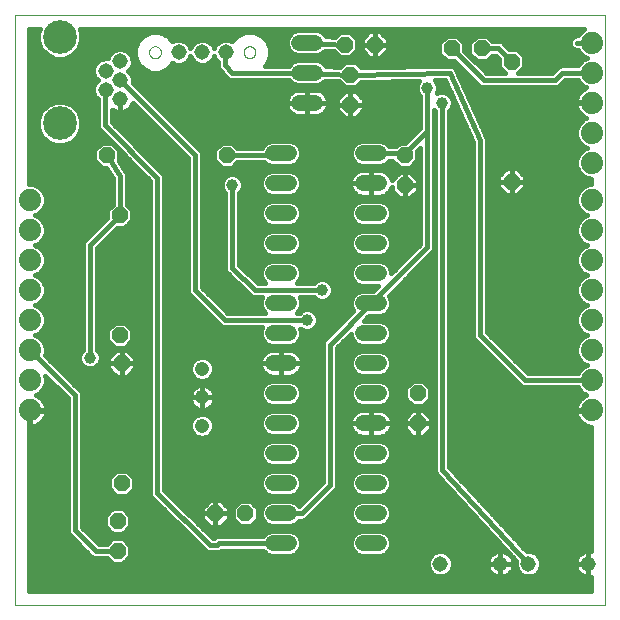
<source format=gbl>
G75*
%MOIN*%
%OFA0B0*%
%FSLAX25Y25*%
%IPPOS*%
%LPD*%
%AMOC8*
5,1,8,0,0,1.08239X$1,22.5*
%
%ADD10C,0.00000*%
%ADD11OC8,0.05200*%
%ADD12C,0.07400*%
%ADD13C,0.04756*%
%ADD14C,0.05200*%
%ADD15C,0.05150*%
%ADD16C,0.11220*%
%ADD17C,0.01600*%
%ADD18C,0.03962*%
D10*
X0001800Y0001800D02*
X0001800Y0198650D01*
X0198650Y0198650D01*
X0198650Y0001800D01*
X0001800Y0001800D01*
X0046583Y0186131D02*
X0046585Y0186219D01*
X0046591Y0186307D01*
X0046601Y0186395D01*
X0046615Y0186483D01*
X0046632Y0186569D01*
X0046654Y0186655D01*
X0046679Y0186739D01*
X0046709Y0186823D01*
X0046741Y0186905D01*
X0046778Y0186985D01*
X0046818Y0187064D01*
X0046862Y0187141D01*
X0046909Y0187216D01*
X0046959Y0187288D01*
X0047013Y0187359D01*
X0047069Y0187426D01*
X0047129Y0187492D01*
X0047191Y0187554D01*
X0047257Y0187614D01*
X0047324Y0187670D01*
X0047395Y0187724D01*
X0047467Y0187774D01*
X0047542Y0187821D01*
X0047619Y0187865D01*
X0047698Y0187905D01*
X0047778Y0187942D01*
X0047860Y0187974D01*
X0047944Y0188004D01*
X0048028Y0188029D01*
X0048114Y0188051D01*
X0048200Y0188068D01*
X0048288Y0188082D01*
X0048376Y0188092D01*
X0048464Y0188098D01*
X0048552Y0188100D01*
X0048640Y0188098D01*
X0048728Y0188092D01*
X0048816Y0188082D01*
X0048904Y0188068D01*
X0048990Y0188051D01*
X0049076Y0188029D01*
X0049160Y0188004D01*
X0049244Y0187974D01*
X0049326Y0187942D01*
X0049406Y0187905D01*
X0049485Y0187865D01*
X0049562Y0187821D01*
X0049637Y0187774D01*
X0049709Y0187724D01*
X0049780Y0187670D01*
X0049847Y0187614D01*
X0049913Y0187554D01*
X0049975Y0187492D01*
X0050035Y0187426D01*
X0050091Y0187359D01*
X0050145Y0187288D01*
X0050195Y0187216D01*
X0050242Y0187141D01*
X0050286Y0187064D01*
X0050326Y0186985D01*
X0050363Y0186905D01*
X0050395Y0186823D01*
X0050425Y0186739D01*
X0050450Y0186655D01*
X0050472Y0186569D01*
X0050489Y0186483D01*
X0050503Y0186395D01*
X0050513Y0186307D01*
X0050519Y0186219D01*
X0050521Y0186131D01*
X0050519Y0186043D01*
X0050513Y0185955D01*
X0050503Y0185867D01*
X0050489Y0185779D01*
X0050472Y0185693D01*
X0050450Y0185607D01*
X0050425Y0185523D01*
X0050395Y0185439D01*
X0050363Y0185357D01*
X0050326Y0185277D01*
X0050286Y0185198D01*
X0050242Y0185121D01*
X0050195Y0185046D01*
X0050145Y0184974D01*
X0050091Y0184903D01*
X0050035Y0184836D01*
X0049975Y0184770D01*
X0049913Y0184708D01*
X0049847Y0184648D01*
X0049780Y0184592D01*
X0049709Y0184538D01*
X0049637Y0184488D01*
X0049562Y0184441D01*
X0049485Y0184397D01*
X0049406Y0184357D01*
X0049326Y0184320D01*
X0049244Y0184288D01*
X0049160Y0184258D01*
X0049076Y0184233D01*
X0048990Y0184211D01*
X0048904Y0184194D01*
X0048816Y0184180D01*
X0048728Y0184170D01*
X0048640Y0184164D01*
X0048552Y0184162D01*
X0048464Y0184164D01*
X0048376Y0184170D01*
X0048288Y0184180D01*
X0048200Y0184194D01*
X0048114Y0184211D01*
X0048028Y0184233D01*
X0047944Y0184258D01*
X0047860Y0184288D01*
X0047778Y0184320D01*
X0047698Y0184357D01*
X0047619Y0184397D01*
X0047542Y0184441D01*
X0047467Y0184488D01*
X0047395Y0184538D01*
X0047324Y0184592D01*
X0047257Y0184648D01*
X0047191Y0184708D01*
X0047129Y0184770D01*
X0047069Y0184836D01*
X0047013Y0184903D01*
X0046959Y0184974D01*
X0046909Y0185046D01*
X0046862Y0185121D01*
X0046818Y0185198D01*
X0046778Y0185277D01*
X0046741Y0185357D01*
X0046709Y0185439D01*
X0046679Y0185523D01*
X0046654Y0185607D01*
X0046632Y0185693D01*
X0046615Y0185779D01*
X0046601Y0185867D01*
X0046591Y0185955D01*
X0046585Y0186043D01*
X0046583Y0186131D01*
X0078079Y0186131D02*
X0078081Y0186219D01*
X0078087Y0186307D01*
X0078097Y0186395D01*
X0078111Y0186483D01*
X0078128Y0186569D01*
X0078150Y0186655D01*
X0078175Y0186739D01*
X0078205Y0186823D01*
X0078237Y0186905D01*
X0078274Y0186985D01*
X0078314Y0187064D01*
X0078358Y0187141D01*
X0078405Y0187216D01*
X0078455Y0187288D01*
X0078509Y0187359D01*
X0078565Y0187426D01*
X0078625Y0187492D01*
X0078687Y0187554D01*
X0078753Y0187614D01*
X0078820Y0187670D01*
X0078891Y0187724D01*
X0078963Y0187774D01*
X0079038Y0187821D01*
X0079115Y0187865D01*
X0079194Y0187905D01*
X0079274Y0187942D01*
X0079356Y0187974D01*
X0079440Y0188004D01*
X0079524Y0188029D01*
X0079610Y0188051D01*
X0079696Y0188068D01*
X0079784Y0188082D01*
X0079872Y0188092D01*
X0079960Y0188098D01*
X0080048Y0188100D01*
X0080136Y0188098D01*
X0080224Y0188092D01*
X0080312Y0188082D01*
X0080400Y0188068D01*
X0080486Y0188051D01*
X0080572Y0188029D01*
X0080656Y0188004D01*
X0080740Y0187974D01*
X0080822Y0187942D01*
X0080902Y0187905D01*
X0080981Y0187865D01*
X0081058Y0187821D01*
X0081133Y0187774D01*
X0081205Y0187724D01*
X0081276Y0187670D01*
X0081343Y0187614D01*
X0081409Y0187554D01*
X0081471Y0187492D01*
X0081531Y0187426D01*
X0081587Y0187359D01*
X0081641Y0187288D01*
X0081691Y0187216D01*
X0081738Y0187141D01*
X0081782Y0187064D01*
X0081822Y0186985D01*
X0081859Y0186905D01*
X0081891Y0186823D01*
X0081921Y0186739D01*
X0081946Y0186655D01*
X0081968Y0186569D01*
X0081985Y0186483D01*
X0081999Y0186395D01*
X0082009Y0186307D01*
X0082015Y0186219D01*
X0082017Y0186131D01*
X0082015Y0186043D01*
X0082009Y0185955D01*
X0081999Y0185867D01*
X0081985Y0185779D01*
X0081968Y0185693D01*
X0081946Y0185607D01*
X0081921Y0185523D01*
X0081891Y0185439D01*
X0081859Y0185357D01*
X0081822Y0185277D01*
X0081782Y0185198D01*
X0081738Y0185121D01*
X0081691Y0185046D01*
X0081641Y0184974D01*
X0081587Y0184903D01*
X0081531Y0184836D01*
X0081471Y0184770D01*
X0081409Y0184708D01*
X0081343Y0184648D01*
X0081276Y0184592D01*
X0081205Y0184538D01*
X0081133Y0184488D01*
X0081058Y0184441D01*
X0080981Y0184397D01*
X0080902Y0184357D01*
X0080822Y0184320D01*
X0080740Y0184288D01*
X0080656Y0184258D01*
X0080572Y0184233D01*
X0080486Y0184211D01*
X0080400Y0184194D01*
X0080312Y0184180D01*
X0080224Y0184170D01*
X0080136Y0184164D01*
X0080048Y0184162D01*
X0079960Y0184164D01*
X0079872Y0184170D01*
X0079784Y0184180D01*
X0079696Y0184194D01*
X0079610Y0184211D01*
X0079524Y0184233D01*
X0079440Y0184258D01*
X0079356Y0184288D01*
X0079274Y0184320D01*
X0079194Y0184357D01*
X0079115Y0184397D01*
X0079038Y0184441D01*
X0078963Y0184488D01*
X0078891Y0184538D01*
X0078820Y0184592D01*
X0078753Y0184648D01*
X0078687Y0184708D01*
X0078625Y0184770D01*
X0078565Y0184836D01*
X0078509Y0184903D01*
X0078455Y0184974D01*
X0078405Y0185046D01*
X0078358Y0185121D01*
X0078314Y0185198D01*
X0078274Y0185277D01*
X0078237Y0185357D01*
X0078205Y0185439D01*
X0078175Y0185523D01*
X0078150Y0185607D01*
X0078128Y0185693D01*
X0078111Y0185779D01*
X0078097Y0185867D01*
X0078087Y0185955D01*
X0078081Y0186043D01*
X0078079Y0186131D01*
D11*
X0111800Y0188670D03*
X0121800Y0188670D03*
X0113670Y0178670D03*
X0113670Y0168670D03*
X0131800Y0151800D03*
X0131800Y0141800D03*
X0167430Y0143020D03*
X0167430Y0183020D03*
X0157450Y0187410D03*
X0147450Y0187410D03*
X0072450Y0151800D03*
X0036800Y0131800D03*
X0032450Y0151800D03*
X0036800Y0091800D03*
X0037410Y0082410D03*
X0037410Y0042410D03*
X0036111Y0029871D03*
X0036111Y0019871D03*
X0068670Y0032410D03*
X0078670Y0032410D03*
X0136170Y0062430D03*
X0136170Y0072430D03*
D12*
X0194300Y0076800D03*
X0194300Y0066800D03*
X0194300Y0086800D03*
X0194300Y0096800D03*
X0194300Y0106800D03*
X0194300Y0116800D03*
X0194300Y0126800D03*
X0194300Y0136800D03*
X0194300Y0149320D03*
X0194300Y0159320D03*
X0194300Y0169320D03*
X0194300Y0179320D03*
X0194300Y0189320D03*
X0006800Y0136800D03*
X0006800Y0126800D03*
X0006800Y0116800D03*
X0006800Y0106800D03*
X0006800Y0096800D03*
X0006800Y0086800D03*
X0006800Y0076800D03*
X0006800Y0066800D03*
D13*
X0064280Y0071044D03*
X0064280Y0061650D03*
X0064280Y0080650D03*
D14*
X0087940Y0082430D02*
X0093140Y0082430D01*
X0093140Y0092430D02*
X0087940Y0092430D01*
X0087940Y0102430D02*
X0093140Y0102430D01*
X0093140Y0112430D02*
X0087940Y0112430D01*
X0087940Y0122430D02*
X0093140Y0122430D01*
X0093140Y0132430D02*
X0087940Y0132430D01*
X0087940Y0142430D02*
X0093140Y0142430D01*
X0093140Y0152430D02*
X0087940Y0152430D01*
X0096700Y0169300D02*
X0101900Y0169300D01*
X0101900Y0179300D02*
X0096700Y0179300D01*
X0096700Y0189300D02*
X0101900Y0189300D01*
X0117940Y0152430D02*
X0123140Y0152430D01*
X0123140Y0142430D02*
X0117940Y0142430D01*
X0117940Y0132430D02*
X0123140Y0132430D01*
X0123140Y0122430D02*
X0117940Y0122430D01*
X0117940Y0112430D02*
X0123140Y0112430D01*
X0123140Y0102430D02*
X0117940Y0102430D01*
X0117940Y0092430D02*
X0123140Y0092430D01*
X0123140Y0082430D02*
X0117940Y0082430D01*
X0117940Y0072430D02*
X0123140Y0072430D01*
X0123140Y0062430D02*
X0117940Y0062430D01*
X0117940Y0052430D02*
X0123140Y0052430D01*
X0123140Y0042430D02*
X0117940Y0042430D01*
X0117940Y0032430D02*
X0123140Y0032430D01*
X0123140Y0022430D02*
X0117940Y0022430D01*
X0093140Y0022430D02*
X0087940Y0022430D01*
X0087940Y0032430D02*
X0093140Y0032430D01*
X0093140Y0042430D02*
X0087940Y0042430D01*
X0087940Y0052430D02*
X0093140Y0052430D01*
X0093140Y0062430D02*
X0087940Y0062430D01*
X0087940Y0072430D02*
X0093140Y0072430D01*
D15*
X0143670Y0015560D03*
X0163670Y0015560D03*
X0173020Y0015560D03*
X0193020Y0015560D03*
X0036879Y0170501D03*
X0032154Y0173650D03*
X0036879Y0176800D03*
X0032154Y0179950D03*
X0036879Y0183099D03*
X0056426Y0186131D03*
X0064300Y0186131D03*
X0072174Y0186131D03*
D16*
X0016800Y0191170D03*
X0016800Y0162430D03*
D17*
X0012218Y0168045D02*
X0006600Y0168045D01*
X0006600Y0166447D02*
X0010659Y0166447D01*
X0010687Y0166514D02*
X0009590Y0163864D01*
X0009590Y0160996D01*
X0010687Y0158346D01*
X0012716Y0156317D01*
X0015366Y0155220D01*
X0018234Y0155220D01*
X0020884Y0156317D01*
X0022913Y0158346D01*
X0024010Y0160996D01*
X0024010Y0163864D01*
X0022913Y0166514D01*
X0020884Y0168542D01*
X0018234Y0169640D01*
X0015366Y0169640D01*
X0012716Y0168542D01*
X0010687Y0166514D01*
X0009997Y0164848D02*
X0006600Y0164848D01*
X0006600Y0163250D02*
X0009590Y0163250D01*
X0009590Y0161651D02*
X0006600Y0161651D01*
X0006600Y0160053D02*
X0009980Y0160053D01*
X0010643Y0158454D02*
X0006600Y0158454D01*
X0006600Y0156856D02*
X0012177Y0156856D01*
X0015275Y0155257D02*
X0006600Y0155257D01*
X0006600Y0153659D02*
X0028368Y0153659D01*
X0028250Y0153540D02*
X0028250Y0150060D01*
X0030710Y0147600D01*
X0032274Y0147600D01*
X0034400Y0144252D01*
X0034400Y0135340D01*
X0032600Y0133540D01*
X0032600Y0130994D01*
X0024765Y0123159D01*
X0024400Y0122277D01*
X0024400Y0086964D01*
X0023764Y0086329D01*
X0023219Y0085012D01*
X0023219Y0083588D01*
X0023764Y0082271D01*
X0024771Y0081264D01*
X0026088Y0080719D01*
X0027512Y0080719D01*
X0028829Y0081264D01*
X0029836Y0082271D01*
X0030381Y0083588D01*
X0030381Y0085012D01*
X0029836Y0086329D01*
X0029200Y0086964D01*
X0029200Y0120806D01*
X0035994Y0127600D01*
X0038540Y0127600D01*
X0041000Y0130060D01*
X0041000Y0133540D01*
X0039200Y0135340D01*
X0039200Y0144685D01*
X0039246Y0144893D01*
X0039200Y0145158D01*
X0039200Y0145427D01*
X0039119Y0145624D01*
X0039082Y0145833D01*
X0038938Y0146060D01*
X0038835Y0146309D01*
X0038684Y0146460D01*
X0036495Y0149906D01*
X0036650Y0150060D01*
X0036650Y0153540D01*
X0034189Y0156000D01*
X0030710Y0156000D01*
X0028250Y0153540D01*
X0028250Y0152060D02*
X0006600Y0152060D01*
X0006600Y0150462D02*
X0028250Y0150462D01*
X0029447Y0148863D02*
X0006600Y0148863D01*
X0006600Y0147265D02*
X0032487Y0147265D01*
X0033502Y0145666D02*
X0006600Y0145666D01*
X0006600Y0144068D02*
X0034400Y0144068D01*
X0034400Y0142469D02*
X0006600Y0142469D01*
X0006600Y0142100D02*
X0006600Y0193850D01*
X0010106Y0193850D01*
X0009590Y0192604D01*
X0009590Y0189736D01*
X0010687Y0187086D01*
X0012716Y0185058D01*
X0015366Y0183960D01*
X0018234Y0183960D01*
X0020884Y0185058D01*
X0022913Y0187086D01*
X0024010Y0189736D01*
X0024010Y0192604D01*
X0023494Y0193850D01*
X0191389Y0193850D01*
X0191298Y0193813D01*
X0189807Y0192322D01*
X0189557Y0191720D01*
X0188842Y0191720D01*
X0187960Y0191354D01*
X0187285Y0190679D01*
X0186920Y0189797D01*
X0186920Y0188842D01*
X0187285Y0187960D01*
X0187960Y0187285D01*
X0188842Y0186920D01*
X0189557Y0186920D01*
X0189807Y0186317D01*
X0191298Y0184827D01*
X0192522Y0184320D01*
X0191298Y0183813D01*
X0189807Y0182322D01*
X0189557Y0181720D01*
X0183842Y0181720D01*
X0182960Y0181354D01*
X0182285Y0180679D01*
X0180806Y0179200D01*
X0169549Y0179200D01*
X0171630Y0181281D01*
X0171630Y0184760D01*
X0169170Y0187220D01*
X0166624Y0187220D01*
X0164400Y0189445D01*
X0163518Y0189810D01*
X0160989Y0189810D01*
X0159189Y0191610D01*
X0155710Y0191610D01*
X0153250Y0189150D01*
X0153250Y0185671D01*
X0155710Y0183210D01*
X0159189Y0183210D01*
X0160989Y0185010D01*
X0162046Y0185010D01*
X0163230Y0183826D01*
X0163230Y0181281D01*
X0165311Y0179200D01*
X0159054Y0179200D01*
X0151650Y0186604D01*
X0151650Y0189150D01*
X0149189Y0191610D01*
X0145710Y0191610D01*
X0143250Y0189150D01*
X0143250Y0185671D01*
X0145710Y0183210D01*
X0148255Y0183210D01*
X0156025Y0175441D01*
X0156700Y0174765D01*
X0157582Y0174400D01*
X0182277Y0174400D01*
X0183159Y0174765D01*
X0185314Y0176920D01*
X0189557Y0176920D01*
X0189807Y0176317D01*
X0191298Y0174827D01*
X0192244Y0174435D01*
X0192189Y0174417D01*
X0191417Y0174024D01*
X0190717Y0173515D01*
X0190105Y0172903D01*
X0189596Y0172202D01*
X0189203Y0171431D01*
X0188935Y0170608D01*
X0188800Y0169753D01*
X0188800Y0169520D01*
X0193850Y0169520D01*
X0193850Y0169120D01*
X0188800Y0169120D01*
X0188800Y0168887D01*
X0188935Y0168032D01*
X0189203Y0167208D01*
X0189596Y0166437D01*
X0190105Y0165737D01*
X0190717Y0165125D01*
X0191417Y0164616D01*
X0192189Y0164223D01*
X0192244Y0164205D01*
X0191298Y0163813D01*
X0189807Y0162322D01*
X0189000Y0160374D01*
X0189000Y0158265D01*
X0189807Y0156317D01*
X0191298Y0154827D01*
X0192522Y0154320D01*
X0191298Y0153813D01*
X0189807Y0152322D01*
X0189000Y0150374D01*
X0189000Y0148265D01*
X0189807Y0146317D01*
X0191298Y0144827D01*
X0193246Y0144020D01*
X0193850Y0144020D01*
X0193850Y0142100D01*
X0193246Y0142100D01*
X0191298Y0141293D01*
X0189807Y0139802D01*
X0189000Y0137854D01*
X0189000Y0135746D01*
X0189807Y0133798D01*
X0191298Y0132307D01*
X0192522Y0131800D01*
X0191298Y0131293D01*
X0189807Y0129802D01*
X0189000Y0127854D01*
X0189000Y0125746D01*
X0189807Y0123798D01*
X0191298Y0122307D01*
X0192522Y0121800D01*
X0191298Y0121293D01*
X0189807Y0119802D01*
X0189000Y0117854D01*
X0189000Y0115746D01*
X0189807Y0113798D01*
X0191298Y0112307D01*
X0192522Y0111800D01*
X0191298Y0111293D01*
X0189807Y0109802D01*
X0189000Y0107854D01*
X0189000Y0105746D01*
X0189807Y0103798D01*
X0191298Y0102307D01*
X0192522Y0101800D01*
X0191298Y0101293D01*
X0189807Y0099802D01*
X0189000Y0097854D01*
X0189000Y0095746D01*
X0189807Y0093798D01*
X0191298Y0092307D01*
X0192522Y0091800D01*
X0191298Y0091293D01*
X0189807Y0089802D01*
X0189000Y0087854D01*
X0189000Y0085746D01*
X0189807Y0083798D01*
X0191298Y0082307D01*
X0192522Y0081800D01*
X0191298Y0081293D01*
X0189807Y0079802D01*
X0189557Y0079200D01*
X0172794Y0079200D01*
X0159200Y0092794D01*
X0159200Y0156354D01*
X0159211Y0156384D01*
X0159200Y0156831D01*
X0159200Y0157277D01*
X0159188Y0157307D01*
X0159187Y0157338D01*
X0159006Y0157747D01*
X0158835Y0158159D01*
X0158812Y0158182D01*
X0148996Y0180268D01*
X0148808Y0180698D01*
X0148803Y0180704D01*
X0148799Y0180711D01*
X0148459Y0181034D01*
X0148121Y0181360D01*
X0148113Y0181363D01*
X0148107Y0181369D01*
X0147668Y0181538D01*
X0147232Y0181709D01*
X0147224Y0181708D01*
X0147216Y0181711D01*
X0146746Y0181699D01*
X0117143Y0181137D01*
X0115410Y0182870D01*
X0111930Y0182870D01*
X0110281Y0181221D01*
X0105565Y0181428D01*
X0105461Y0181679D01*
X0104279Y0182861D01*
X0102735Y0183500D01*
X0095865Y0183500D01*
X0094321Y0182861D01*
X0093160Y0181700D01*
X0085189Y0181700D01*
X0085786Y0182297D01*
X0086817Y0184784D01*
X0086817Y0187477D01*
X0085786Y0189965D01*
X0083882Y0191869D01*
X0081394Y0192899D01*
X0078702Y0192899D01*
X0076214Y0191869D01*
X0074310Y0189965D01*
X0074239Y0189794D01*
X0073004Y0190305D01*
X0071344Y0190305D01*
X0069809Y0189670D01*
X0068635Y0188496D01*
X0068237Y0187535D01*
X0067839Y0188496D01*
X0066665Y0189670D01*
X0065130Y0190305D01*
X0063470Y0190305D01*
X0061935Y0189670D01*
X0060761Y0188496D01*
X0060363Y0187535D01*
X0059965Y0188496D01*
X0058791Y0189670D01*
X0057256Y0190305D01*
X0055596Y0190305D01*
X0054361Y0189794D01*
X0054290Y0189965D01*
X0052386Y0191869D01*
X0049898Y0192899D01*
X0047206Y0192899D01*
X0044718Y0191869D01*
X0042814Y0189965D01*
X0041783Y0187477D01*
X0041783Y0184784D01*
X0042814Y0182297D01*
X0044718Y0180393D01*
X0047206Y0179362D01*
X0049898Y0179362D01*
X0052386Y0180393D01*
X0054290Y0182297D01*
X0054361Y0182467D01*
X0055596Y0181956D01*
X0057256Y0181956D01*
X0058791Y0182591D01*
X0059965Y0183766D01*
X0060363Y0184726D01*
X0060761Y0183766D01*
X0061935Y0182591D01*
X0063470Y0181956D01*
X0065130Y0181956D01*
X0066665Y0182591D01*
X0067839Y0183766D01*
X0068237Y0184726D01*
X0068635Y0183766D01*
X0069400Y0183001D01*
X0069400Y0181323D01*
X0069765Y0180441D01*
X0072265Y0177941D01*
X0072941Y0177265D01*
X0073823Y0176900D01*
X0093160Y0176900D01*
X0094321Y0175739D01*
X0095865Y0175100D01*
X0102735Y0175100D01*
X0104279Y0175739D01*
X0105180Y0176640D01*
X0109971Y0176430D01*
X0111930Y0174470D01*
X0115410Y0174470D01*
X0117278Y0176338D01*
X0136642Y0176706D01*
X0136264Y0176329D01*
X0135719Y0175012D01*
X0135719Y0173588D01*
X0136264Y0172271D01*
X0136900Y0171636D01*
X0136900Y0160924D01*
X0136616Y0160640D01*
X0131976Y0156000D01*
X0130060Y0156000D01*
X0128890Y0154830D01*
X0126680Y0154830D01*
X0125519Y0155991D01*
X0123976Y0156630D01*
X0117105Y0156630D01*
X0115561Y0155991D01*
X0114380Y0154809D01*
X0113740Y0153265D01*
X0113740Y0151594D01*
X0114380Y0150051D01*
X0115561Y0148869D01*
X0117105Y0148230D01*
X0123976Y0148230D01*
X0125519Y0148869D01*
X0126680Y0150030D01*
X0127630Y0150030D01*
X0130060Y0147600D01*
X0133540Y0147600D01*
X0136000Y0150060D01*
X0136000Y0153236D01*
X0136900Y0154136D01*
X0136900Y0122184D01*
X0127340Y0112624D01*
X0127340Y0113265D01*
X0126701Y0114809D01*
X0125519Y0115991D01*
X0123976Y0116630D01*
X0117105Y0116630D01*
X0115561Y0115991D01*
X0114380Y0114809D01*
X0113740Y0113265D01*
X0113740Y0111594D01*
X0114380Y0110051D01*
X0115561Y0108869D01*
X0117105Y0108230D01*
X0122946Y0108230D01*
X0121346Y0106630D01*
X0117105Y0106630D01*
X0115561Y0105991D01*
X0114380Y0104809D01*
X0113740Y0103265D01*
X0113740Y0101594D01*
X0114380Y0100051D01*
X0114573Y0099857D01*
X0104765Y0090049D01*
X0104400Y0089167D01*
X0104400Y0042794D01*
X0096558Y0034952D01*
X0095519Y0035991D01*
X0093976Y0036630D01*
X0087105Y0036630D01*
X0085561Y0035991D01*
X0084380Y0034809D01*
X0083740Y0033265D01*
X0083740Y0031594D01*
X0084380Y0030051D01*
X0085561Y0028869D01*
X0087105Y0028230D01*
X0093976Y0028230D01*
X0095519Y0028869D01*
X0096680Y0030030D01*
X0097907Y0030030D01*
X0098789Y0030395D01*
X0099465Y0031070D01*
X0099465Y0031070D01*
X0108835Y0040441D01*
X0109200Y0041323D01*
X0109200Y0087696D01*
X0113740Y0092236D01*
X0113740Y0091594D01*
X0114380Y0090051D01*
X0115561Y0088869D01*
X0117105Y0088230D01*
X0123976Y0088230D01*
X0125519Y0088869D01*
X0126701Y0090051D01*
X0127340Y0091594D01*
X0127340Y0093265D01*
X0126701Y0094809D01*
X0125519Y0095991D01*
X0123976Y0096630D01*
X0118134Y0096630D01*
X0119734Y0098230D01*
X0123976Y0098230D01*
X0125519Y0098869D01*
X0126701Y0100051D01*
X0127340Y0101594D01*
X0127340Y0103265D01*
X0126701Y0104809D01*
X0126507Y0105003D01*
X0140659Y0119155D01*
X0141335Y0119830D01*
X0141700Y0120712D01*
X0141700Y0166836D01*
X0141900Y0166636D01*
X0141900Y0046830D01*
X0141882Y0046403D01*
X0141900Y0046355D01*
X0141900Y0046303D01*
X0142064Y0045908D01*
X0142210Y0045507D01*
X0142246Y0045469D01*
X0142265Y0045421D01*
X0142568Y0045119D01*
X0168892Y0016503D01*
X0168846Y0016390D01*
X0168846Y0014729D01*
X0169481Y0013195D01*
X0170656Y0012021D01*
X0172190Y0011385D01*
X0173851Y0011385D01*
X0175385Y0012021D01*
X0176560Y0013195D01*
X0177195Y0014729D01*
X0177195Y0016390D01*
X0176560Y0017925D01*
X0175385Y0019099D01*
X0173851Y0019735D01*
X0172441Y0019735D01*
X0146700Y0047716D01*
X0146700Y0166636D01*
X0147336Y0167271D01*
X0147881Y0168588D01*
X0147881Y0170012D01*
X0147336Y0171329D01*
X0146329Y0172336D01*
X0145012Y0172881D01*
X0143588Y0172881D01*
X0142381Y0172381D01*
X0142881Y0173588D01*
X0142881Y0175012D01*
X0142336Y0176329D01*
X0141859Y0176806D01*
X0145254Y0176870D01*
X0154400Y0156291D01*
X0154400Y0091323D01*
X0154765Y0090441D01*
X0169765Y0075441D01*
X0170441Y0074765D01*
X0171323Y0074400D01*
X0189557Y0074400D01*
X0189807Y0073798D01*
X0191298Y0072307D01*
X0192244Y0071915D01*
X0192189Y0071897D01*
X0191417Y0071504D01*
X0190717Y0070995D01*
X0190105Y0070383D01*
X0189596Y0069683D01*
X0189203Y0068911D01*
X0188935Y0068088D01*
X0188800Y0067233D01*
X0188800Y0067000D01*
X0193850Y0067000D01*
X0193850Y0066600D01*
X0188800Y0066600D01*
X0188800Y0066367D01*
X0188935Y0065512D01*
X0189203Y0064689D01*
X0189596Y0063917D01*
X0190105Y0063217D01*
X0190717Y0062605D01*
X0191417Y0062096D01*
X0192189Y0061703D01*
X0193012Y0061435D01*
X0193850Y0061303D01*
X0193850Y0019858D01*
X0193365Y0019935D01*
X0193021Y0019935D01*
X0193021Y0015560D01*
X0193020Y0015560D01*
X0193020Y0015560D01*
X0188646Y0015560D01*
X0188646Y0015904D01*
X0188753Y0016584D01*
X0188966Y0017239D01*
X0189279Y0017853D01*
X0189684Y0018410D01*
X0190170Y0018897D01*
X0190728Y0019302D01*
X0191341Y0019614D01*
X0191996Y0019827D01*
X0192676Y0019935D01*
X0193020Y0019935D01*
X0193020Y0015560D01*
X0188646Y0015560D01*
X0188646Y0015216D01*
X0188753Y0014535D01*
X0188966Y0013880D01*
X0189279Y0013267D01*
X0189684Y0012710D01*
X0190170Y0012223D01*
X0190728Y0011818D01*
X0191341Y0011506D01*
X0191996Y0011293D01*
X0192676Y0011185D01*
X0193020Y0011185D01*
X0193020Y0015560D01*
X0193021Y0015560D01*
X0193021Y0011185D01*
X0193365Y0011185D01*
X0193850Y0011262D01*
X0193850Y0006600D01*
X0006600Y0006600D01*
X0006600Y0066600D01*
X0007000Y0066600D01*
X0007000Y0067000D01*
X0012300Y0067000D01*
X0012300Y0067233D01*
X0012165Y0068088D01*
X0011897Y0068911D01*
X0011504Y0069683D01*
X0010995Y0070383D01*
X0010383Y0070995D01*
X0009683Y0071504D01*
X0008911Y0071897D01*
X0008856Y0071915D01*
X0009802Y0072307D01*
X0011293Y0073798D01*
X0012100Y0075746D01*
X0012100Y0077854D01*
X0011922Y0078284D01*
X0019400Y0070806D01*
X0019400Y0026323D01*
X0019765Y0025441D01*
X0026695Y0018511D01*
X0027370Y0017836D01*
X0028252Y0017471D01*
X0032571Y0017471D01*
X0034371Y0015671D01*
X0037851Y0015671D01*
X0040311Y0018131D01*
X0040311Y0021611D01*
X0037851Y0024071D01*
X0034371Y0024071D01*
X0032571Y0022271D01*
X0029723Y0022271D01*
X0024200Y0027794D01*
X0024200Y0072277D01*
X0023835Y0073159D01*
X0023159Y0073835D01*
X0011851Y0085144D01*
X0012100Y0085746D01*
X0012100Y0087854D01*
X0011293Y0089802D01*
X0009802Y0091293D01*
X0008578Y0091800D01*
X0009802Y0092307D01*
X0011293Y0093798D01*
X0012100Y0095746D01*
X0012100Y0097854D01*
X0011293Y0099802D01*
X0009802Y0101293D01*
X0008578Y0101800D01*
X0009802Y0102307D01*
X0011293Y0103798D01*
X0012100Y0105746D01*
X0012100Y0107854D01*
X0011293Y0109802D01*
X0009802Y0111293D01*
X0008578Y0111800D01*
X0009802Y0112307D01*
X0011293Y0113798D01*
X0012100Y0115746D01*
X0012100Y0117854D01*
X0011293Y0119802D01*
X0009802Y0121293D01*
X0008578Y0121800D01*
X0009802Y0122307D01*
X0011293Y0123798D01*
X0012100Y0125746D01*
X0012100Y0127854D01*
X0011293Y0129802D01*
X0009802Y0131293D01*
X0008578Y0131800D01*
X0009802Y0132307D01*
X0011293Y0133798D01*
X0012100Y0135746D01*
X0012100Y0137854D01*
X0011293Y0139802D01*
X0009802Y0141293D01*
X0007854Y0142100D01*
X0006600Y0142100D01*
X0010225Y0140870D02*
X0034400Y0140870D01*
X0034400Y0139272D02*
X0011513Y0139272D01*
X0012100Y0137673D02*
X0034400Y0137673D01*
X0034400Y0136075D02*
X0012100Y0136075D01*
X0011574Y0134476D02*
X0033537Y0134476D01*
X0032600Y0132878D02*
X0010373Y0132878D01*
X0009816Y0131279D02*
X0032600Y0131279D01*
X0031287Y0129681D02*
X0011343Y0129681D01*
X0012005Y0128082D02*
X0029688Y0128082D01*
X0028090Y0126484D02*
X0012100Y0126484D01*
X0011744Y0124885D02*
X0026491Y0124885D01*
X0024893Y0123287D02*
X0010782Y0123287D01*
X0008848Y0121688D02*
X0024400Y0121688D01*
X0024400Y0120090D02*
X0011005Y0120090D01*
X0011836Y0118491D02*
X0024400Y0118491D01*
X0024400Y0116893D02*
X0012100Y0116893D01*
X0011913Y0115294D02*
X0024400Y0115294D01*
X0024400Y0113696D02*
X0011191Y0113696D01*
X0009296Y0112097D02*
X0024400Y0112097D01*
X0024400Y0110499D02*
X0010597Y0110499D01*
X0011667Y0108900D02*
X0024400Y0108900D01*
X0024400Y0107302D02*
X0012100Y0107302D01*
X0012082Y0105703D02*
X0024400Y0105703D01*
X0024400Y0104105D02*
X0011420Y0104105D01*
X0010002Y0102506D02*
X0024400Y0102506D01*
X0024400Y0100908D02*
X0010188Y0100908D01*
X0011497Y0099309D02*
X0024400Y0099309D01*
X0024400Y0097711D02*
X0012100Y0097711D01*
X0012100Y0096112D02*
X0024400Y0096112D01*
X0024400Y0094514D02*
X0011590Y0094514D01*
X0010410Y0092915D02*
X0024400Y0092915D01*
X0024400Y0091317D02*
X0009745Y0091317D01*
X0011328Y0089718D02*
X0024400Y0089718D01*
X0024400Y0088120D02*
X0011990Y0088120D01*
X0012100Y0086521D02*
X0023957Y0086521D01*
X0023219Y0084923D02*
X0012072Y0084923D01*
X0013670Y0083324D02*
X0023328Y0083324D01*
X0024310Y0081726D02*
X0015269Y0081726D01*
X0016867Y0080127D02*
X0033471Y0080127D01*
X0033010Y0080588D02*
X0035588Y0078010D01*
X0037410Y0078010D01*
X0037410Y0082410D01*
X0033010Y0082410D01*
X0033010Y0080588D01*
X0033010Y0081726D02*
X0029290Y0081726D01*
X0030272Y0083324D02*
X0033010Y0083324D01*
X0033010Y0084233D02*
X0033010Y0082410D01*
X0037410Y0082410D01*
X0037410Y0082410D01*
X0037410Y0082410D01*
X0037410Y0078010D01*
X0039233Y0078010D01*
X0041810Y0080588D01*
X0041810Y0082410D01*
X0037410Y0082410D01*
X0037410Y0086810D01*
X0035588Y0086810D01*
X0033010Y0084233D01*
X0033700Y0084923D02*
X0030381Y0084923D01*
X0029643Y0086521D02*
X0035299Y0086521D01*
X0035060Y0087600D02*
X0038540Y0087600D01*
X0041000Y0090060D01*
X0041000Y0093540D01*
X0038540Y0096000D01*
X0035060Y0096000D01*
X0032600Y0093540D01*
X0032600Y0090060D01*
X0035060Y0087600D01*
X0034541Y0088120D02*
X0029200Y0088120D01*
X0029200Y0089718D02*
X0032942Y0089718D01*
X0032600Y0091317D02*
X0029200Y0091317D01*
X0029200Y0092915D02*
X0032600Y0092915D01*
X0033574Y0094514D02*
X0029200Y0094514D01*
X0029200Y0096112D02*
X0046900Y0096112D01*
X0046900Y0094514D02*
X0040026Y0094514D01*
X0041000Y0092915D02*
X0046900Y0092915D01*
X0046900Y0091317D02*
X0041000Y0091317D01*
X0040658Y0089718D02*
X0046900Y0089718D01*
X0046900Y0088120D02*
X0039059Y0088120D01*
X0039233Y0086810D02*
X0037410Y0086810D01*
X0037410Y0082410D01*
X0037410Y0082410D01*
X0037410Y0082410D01*
X0041810Y0082410D01*
X0041810Y0084233D01*
X0039233Y0086810D01*
X0039522Y0086521D02*
X0046900Y0086521D01*
X0046900Y0084923D02*
X0041120Y0084923D01*
X0041810Y0083324D02*
X0046900Y0083324D01*
X0046900Y0081726D02*
X0041810Y0081726D01*
X0041350Y0080127D02*
X0046900Y0080127D01*
X0046900Y0078529D02*
X0039751Y0078529D01*
X0037410Y0078529D02*
X0037410Y0078529D01*
X0037410Y0080127D02*
X0037410Y0080127D01*
X0037410Y0081726D02*
X0037410Y0081726D01*
X0037410Y0083324D02*
X0037410Y0083324D01*
X0037410Y0084923D02*
X0037410Y0084923D01*
X0037410Y0086521D02*
X0037410Y0086521D01*
X0035069Y0078529D02*
X0018466Y0078529D01*
X0020064Y0076930D02*
X0046900Y0076930D01*
X0046900Y0075332D02*
X0021663Y0075332D01*
X0023261Y0073733D02*
X0046900Y0073733D01*
X0046900Y0072134D02*
X0024200Y0072134D01*
X0024200Y0070536D02*
X0046900Y0070536D01*
X0046900Y0068937D02*
X0024200Y0068937D01*
X0024200Y0067339D02*
X0046900Y0067339D01*
X0046900Y0065740D02*
X0024200Y0065740D01*
X0024200Y0064142D02*
X0046900Y0064142D01*
X0046900Y0062543D02*
X0024200Y0062543D01*
X0024200Y0060945D02*
X0046900Y0060945D01*
X0046900Y0059346D02*
X0024200Y0059346D01*
X0024200Y0057748D02*
X0046900Y0057748D01*
X0046900Y0056149D02*
X0024200Y0056149D01*
X0024200Y0054551D02*
X0046900Y0054551D01*
X0046900Y0052952D02*
X0024200Y0052952D01*
X0024200Y0051354D02*
X0046900Y0051354D01*
X0046900Y0049755D02*
X0024200Y0049755D01*
X0024200Y0048157D02*
X0046900Y0048157D01*
X0046900Y0046558D02*
X0039202Y0046558D01*
X0039150Y0046610D02*
X0035671Y0046610D01*
X0033210Y0044150D01*
X0033210Y0040671D01*
X0035671Y0038210D01*
X0039150Y0038210D01*
X0041610Y0040671D01*
X0041610Y0044150D01*
X0039150Y0046610D01*
X0040800Y0044960D02*
X0046900Y0044960D01*
X0046900Y0043361D02*
X0041610Y0043361D01*
X0041610Y0041763D02*
X0046900Y0041763D01*
X0046900Y0040164D02*
X0041104Y0040164D01*
X0039505Y0038566D02*
X0047006Y0038566D01*
X0046900Y0038823D02*
X0047265Y0037941D01*
X0064765Y0020441D01*
X0065441Y0019765D01*
X0066323Y0019400D01*
X0069777Y0019400D01*
X0070659Y0019765D01*
X0070924Y0020030D01*
X0084400Y0020030D01*
X0085561Y0018869D01*
X0087105Y0018230D01*
X0093976Y0018230D01*
X0095519Y0018869D01*
X0096701Y0020051D01*
X0097340Y0021594D01*
X0097340Y0023265D01*
X0096701Y0024809D01*
X0095519Y0025991D01*
X0093976Y0026630D01*
X0087105Y0026630D01*
X0085561Y0025991D01*
X0084400Y0024830D01*
X0069453Y0024830D01*
X0068570Y0024465D01*
X0068306Y0024200D01*
X0067794Y0024200D01*
X0051700Y0040294D01*
X0051700Y0144777D01*
X0051335Y0145659D01*
X0050659Y0146335D01*
X0034200Y0162794D01*
X0034200Y0167039D01*
X0034586Y0166759D01*
X0035199Y0166446D01*
X0035854Y0166234D01*
X0036534Y0166126D01*
X0036879Y0166126D01*
X0037223Y0166126D01*
X0037903Y0166234D01*
X0038558Y0166446D01*
X0039172Y0166759D01*
X0039729Y0167164D01*
X0040216Y0167651D01*
X0040620Y0168208D01*
X0040933Y0168821D01*
X0041063Y0169222D01*
X0059400Y0150885D01*
X0059400Y0106323D01*
X0059765Y0105441D01*
X0060441Y0104765D01*
X0069765Y0095441D01*
X0069765Y0095441D01*
X0070441Y0094765D01*
X0071323Y0094400D01*
X0084210Y0094400D01*
X0083740Y0093265D01*
X0083740Y0091594D01*
X0084380Y0090051D01*
X0085561Y0088869D01*
X0087105Y0088230D01*
X0093976Y0088230D01*
X0095519Y0088869D01*
X0096701Y0090051D01*
X0097340Y0091594D01*
X0097340Y0093265D01*
X0097036Y0094000D01*
X0097271Y0093764D01*
X0098588Y0093219D01*
X0100012Y0093219D01*
X0101329Y0093764D01*
X0102336Y0094771D01*
X0102881Y0096088D01*
X0102881Y0097512D01*
X0102336Y0098829D01*
X0101329Y0099836D01*
X0100012Y0100381D01*
X0098588Y0100381D01*
X0097271Y0099836D01*
X0096636Y0099200D01*
X0095850Y0099200D01*
X0096701Y0100051D01*
X0097340Y0101594D01*
X0097340Y0103265D01*
X0096870Y0104400D01*
X0101636Y0104400D01*
X0102271Y0103764D01*
X0103588Y0103219D01*
X0105012Y0103219D01*
X0106329Y0103764D01*
X0107336Y0104771D01*
X0107881Y0106088D01*
X0107881Y0107512D01*
X0107336Y0108829D01*
X0106329Y0109836D01*
X0105012Y0110381D01*
X0103588Y0110381D01*
X0102271Y0109836D01*
X0101636Y0109200D01*
X0095850Y0109200D01*
X0096701Y0110051D01*
X0097340Y0111594D01*
X0097340Y0113265D01*
X0096701Y0114809D01*
X0095519Y0115991D01*
X0093976Y0116630D01*
X0087105Y0116630D01*
X0085561Y0115991D01*
X0084380Y0114809D01*
X0083740Y0113265D01*
X0083740Y0111594D01*
X0084380Y0110051D01*
X0085230Y0109200D01*
X0082794Y0109200D01*
X0076700Y0115294D01*
X0076700Y0139136D01*
X0077336Y0139771D01*
X0077881Y0141088D01*
X0077881Y0142512D01*
X0077336Y0143829D01*
X0076329Y0144836D01*
X0075012Y0145381D01*
X0073588Y0145381D01*
X0072271Y0144836D01*
X0071264Y0143829D01*
X0070719Y0142512D01*
X0070719Y0141088D01*
X0071264Y0139771D01*
X0071900Y0139136D01*
X0071900Y0113823D01*
X0072265Y0112941D01*
X0079765Y0105441D01*
X0080441Y0104765D01*
X0081323Y0104400D01*
X0084210Y0104400D01*
X0083740Y0103265D01*
X0083740Y0101594D01*
X0084380Y0100051D01*
X0085230Y0099200D01*
X0072794Y0099200D01*
X0064200Y0107794D01*
X0064200Y0152356D01*
X0063835Y0153238D01*
X0063159Y0153913D01*
X0041054Y0176019D01*
X0041054Y0177630D01*
X0040418Y0179165D01*
X0039633Y0179950D01*
X0040418Y0180734D01*
X0041054Y0182269D01*
X0041054Y0183930D01*
X0040418Y0185464D01*
X0039244Y0186638D01*
X0037709Y0187274D01*
X0036048Y0187274D01*
X0034514Y0186638D01*
X0033340Y0185464D01*
X0032785Y0184124D01*
X0031324Y0184124D01*
X0029789Y0183489D01*
X0028615Y0182314D01*
X0027980Y0180780D01*
X0027980Y0179119D01*
X0028615Y0177585D01*
X0029400Y0176800D01*
X0028615Y0176015D01*
X0027980Y0174481D01*
X0027980Y0172820D01*
X0028615Y0171286D01*
X0029400Y0170501D01*
X0029400Y0161323D01*
X0029765Y0160441D01*
X0046900Y0143306D01*
X0046900Y0038823D01*
X0048239Y0036967D02*
X0024200Y0036967D01*
X0024200Y0035369D02*
X0049837Y0035369D01*
X0051436Y0033770D02*
X0038151Y0033770D01*
X0037851Y0034071D02*
X0040311Y0031611D01*
X0040311Y0028131D01*
X0037851Y0025671D01*
X0034371Y0025671D01*
X0031911Y0028131D01*
X0031911Y0031611D01*
X0034371Y0034071D01*
X0037851Y0034071D01*
X0039750Y0032172D02*
X0053034Y0032172D01*
X0054633Y0030573D02*
X0040311Y0030573D01*
X0040311Y0028975D02*
X0056231Y0028975D01*
X0057830Y0027376D02*
X0039556Y0027376D01*
X0037958Y0025778D02*
X0059428Y0025778D01*
X0061027Y0024179D02*
X0027815Y0024179D01*
X0029413Y0022581D02*
X0032881Y0022581D01*
X0034265Y0025778D02*
X0026216Y0025778D01*
X0024618Y0027376D02*
X0032666Y0027376D01*
X0031911Y0028975D02*
X0024200Y0028975D01*
X0024200Y0030573D02*
X0031911Y0030573D01*
X0032472Y0032172D02*
X0024200Y0032172D01*
X0024200Y0033770D02*
X0034071Y0033770D01*
X0035315Y0038566D02*
X0024200Y0038566D01*
X0024200Y0040164D02*
X0033716Y0040164D01*
X0033210Y0041763D02*
X0024200Y0041763D01*
X0024200Y0043361D02*
X0033210Y0043361D01*
X0034020Y0044960D02*
X0024200Y0044960D01*
X0024200Y0046558D02*
X0035619Y0046558D01*
X0049300Y0039300D02*
X0066800Y0021800D01*
X0069300Y0021800D01*
X0069930Y0022430D01*
X0090540Y0022430D01*
X0095732Y0025778D02*
X0115348Y0025778D01*
X0115561Y0025991D02*
X0114380Y0024809D01*
X0113740Y0023265D01*
X0113740Y0021594D01*
X0114380Y0020051D01*
X0115561Y0018869D01*
X0117105Y0018230D01*
X0123976Y0018230D01*
X0125519Y0018869D01*
X0126701Y0020051D01*
X0127340Y0021594D01*
X0127340Y0023265D01*
X0126701Y0024809D01*
X0125519Y0025991D01*
X0123976Y0026630D01*
X0117105Y0026630D01*
X0115561Y0025991D01*
X0114119Y0024179D02*
X0096962Y0024179D01*
X0097340Y0022581D02*
X0113740Y0022581D01*
X0113994Y0020982D02*
X0097087Y0020982D01*
X0096034Y0019384D02*
X0115047Y0019384D01*
X0117105Y0028230D02*
X0115561Y0028869D01*
X0114380Y0030051D01*
X0113740Y0031594D01*
X0113740Y0033265D01*
X0114380Y0034809D01*
X0115561Y0035991D01*
X0117105Y0036630D01*
X0123976Y0036630D01*
X0125519Y0035991D01*
X0126701Y0034809D01*
X0127340Y0033265D01*
X0127340Y0031594D01*
X0126701Y0030051D01*
X0125519Y0028869D01*
X0123976Y0028230D01*
X0117105Y0028230D01*
X0115456Y0028975D02*
X0095625Y0028975D01*
X0098967Y0030573D02*
X0114163Y0030573D01*
X0113740Y0032172D02*
X0100566Y0032172D01*
X0102164Y0033770D02*
X0113949Y0033770D01*
X0114939Y0035369D02*
X0103763Y0035369D01*
X0105361Y0036967D02*
X0150066Y0036967D01*
X0151537Y0035369D02*
X0126141Y0035369D01*
X0127131Y0033770D02*
X0153007Y0033770D01*
X0154478Y0032172D02*
X0127340Y0032172D01*
X0126917Y0030573D02*
X0155948Y0030573D01*
X0157419Y0028975D02*
X0125625Y0028975D01*
X0125732Y0025778D02*
X0160360Y0025778D01*
X0158889Y0027376D02*
X0064618Y0027376D01*
X0065883Y0028975D02*
X0063019Y0028975D01*
X0064285Y0030573D02*
X0061421Y0030573D01*
X0059822Y0032172D02*
X0064270Y0032172D01*
X0064270Y0032410D02*
X0064270Y0030588D01*
X0066848Y0028010D01*
X0068670Y0028010D01*
X0068670Y0032410D01*
X0068670Y0032410D01*
X0068670Y0028010D01*
X0070493Y0028010D01*
X0073070Y0030588D01*
X0073070Y0032410D01*
X0068670Y0032410D01*
X0064270Y0032410D01*
X0068670Y0032410D01*
X0068670Y0032410D01*
X0068670Y0032410D01*
X0073070Y0032410D01*
X0073070Y0034233D01*
X0070493Y0036810D01*
X0068670Y0036810D01*
X0066848Y0036810D01*
X0064270Y0034233D01*
X0064270Y0032410D01*
X0064270Y0033770D02*
X0058224Y0033770D01*
X0056625Y0035369D02*
X0065406Y0035369D01*
X0068670Y0035369D02*
X0068670Y0035369D01*
X0068670Y0036810D02*
X0068670Y0032410D01*
X0068670Y0032410D01*
X0068670Y0036810D01*
X0071934Y0035369D02*
X0075689Y0035369D01*
X0074470Y0034150D02*
X0074470Y0030671D01*
X0076930Y0028210D01*
X0080410Y0028210D01*
X0082870Y0030671D01*
X0082870Y0034150D01*
X0080410Y0036610D01*
X0076930Y0036610D01*
X0074470Y0034150D01*
X0074470Y0033770D02*
X0073070Y0033770D01*
X0073070Y0032172D02*
X0074470Y0032172D01*
X0074567Y0030573D02*
X0073056Y0030573D01*
X0071457Y0028975D02*
X0076166Y0028975D01*
X0081174Y0028975D02*
X0085456Y0028975D01*
X0084163Y0030573D02*
X0082773Y0030573D01*
X0082870Y0032172D02*
X0083740Y0032172D01*
X0083949Y0033770D02*
X0082870Y0033770D01*
X0081651Y0035369D02*
X0084939Y0035369D01*
X0086294Y0038566D02*
X0053428Y0038566D01*
X0051830Y0040164D02*
X0084333Y0040164D01*
X0084380Y0040051D02*
X0085561Y0038869D01*
X0087105Y0038230D01*
X0093976Y0038230D01*
X0095519Y0038869D01*
X0096701Y0040051D01*
X0097340Y0041594D01*
X0097340Y0043265D01*
X0096701Y0044809D01*
X0095519Y0045991D01*
X0093976Y0046630D01*
X0087105Y0046630D01*
X0085561Y0045991D01*
X0084380Y0044809D01*
X0083740Y0043265D01*
X0083740Y0041594D01*
X0084380Y0040051D01*
X0083740Y0041763D02*
X0051700Y0041763D01*
X0051700Y0043361D02*
X0083780Y0043361D01*
X0084530Y0044960D02*
X0051700Y0044960D01*
X0051700Y0046558D02*
X0086932Y0046558D01*
X0087105Y0048230D02*
X0085561Y0048869D01*
X0084380Y0050051D01*
X0083740Y0051594D01*
X0083740Y0053265D01*
X0084380Y0054809D01*
X0085561Y0055991D01*
X0087105Y0056630D01*
X0093976Y0056630D01*
X0095519Y0055991D01*
X0096701Y0054809D01*
X0097340Y0053265D01*
X0097340Y0051594D01*
X0096701Y0050051D01*
X0095519Y0048869D01*
X0093976Y0048230D01*
X0087105Y0048230D01*
X0084675Y0049755D02*
X0051700Y0049755D01*
X0051700Y0048157D02*
X0104400Y0048157D01*
X0104400Y0049755D02*
X0096405Y0049755D01*
X0097240Y0051354D02*
X0104400Y0051354D01*
X0104400Y0052952D02*
X0097340Y0052952D01*
X0096808Y0054551D02*
X0104400Y0054551D01*
X0104400Y0056149D02*
X0095136Y0056149D01*
X0093976Y0058230D02*
X0095519Y0058869D01*
X0096701Y0060051D01*
X0097340Y0061594D01*
X0097340Y0063265D01*
X0096701Y0064809D01*
X0095519Y0065991D01*
X0093976Y0066630D01*
X0087105Y0066630D01*
X0085561Y0065991D01*
X0084380Y0064809D01*
X0083740Y0063265D01*
X0083740Y0061594D01*
X0084380Y0060051D01*
X0085561Y0058869D01*
X0087105Y0058230D01*
X0093976Y0058230D01*
X0095996Y0059346D02*
X0104400Y0059346D01*
X0104400Y0057748D02*
X0065254Y0057748D01*
X0065072Y0057672D02*
X0066534Y0058278D01*
X0067653Y0059397D01*
X0068258Y0060859D01*
X0068258Y0062442D01*
X0067653Y0063904D01*
X0066534Y0065023D01*
X0065072Y0065628D01*
X0063489Y0065628D01*
X0062027Y0065023D01*
X0060908Y0063904D01*
X0060302Y0062442D01*
X0060302Y0060859D01*
X0060908Y0059397D01*
X0062027Y0058278D01*
X0063489Y0057672D01*
X0065072Y0057672D01*
X0063307Y0057748D02*
X0051700Y0057748D01*
X0051700Y0059346D02*
X0060959Y0059346D01*
X0060302Y0060945D02*
X0051700Y0060945D01*
X0051700Y0062543D02*
X0060345Y0062543D01*
X0061146Y0064142D02*
X0051700Y0064142D01*
X0051700Y0065740D02*
X0085311Y0065740D01*
X0084103Y0064142D02*
X0067414Y0064142D01*
X0068216Y0062543D02*
X0083740Y0062543D01*
X0084009Y0060945D02*
X0068258Y0060945D01*
X0067602Y0059346D02*
X0085084Y0059346D01*
X0085945Y0056149D02*
X0051700Y0056149D01*
X0051700Y0054551D02*
X0084273Y0054551D01*
X0083740Y0052952D02*
X0051700Y0052952D01*
X0051700Y0051354D02*
X0083840Y0051354D01*
X0094148Y0046558D02*
X0104400Y0046558D01*
X0104400Y0044960D02*
X0096550Y0044960D01*
X0097300Y0043361D02*
X0104400Y0043361D01*
X0103369Y0041763D02*
X0097340Y0041763D01*
X0096748Y0040164D02*
X0101770Y0040164D01*
X0100172Y0038566D02*
X0094786Y0038566D01*
X0096141Y0035369D02*
X0096975Y0035369D01*
X0098573Y0036967D02*
X0055027Y0036967D01*
X0049300Y0039300D02*
X0049300Y0144300D01*
X0031800Y0161800D01*
X0031800Y0173296D01*
X0032154Y0173650D01*
X0028658Y0171242D02*
X0006600Y0171242D01*
X0006600Y0169644D02*
X0029400Y0169644D01*
X0029400Y0168045D02*
X0021382Y0168045D01*
X0022941Y0166447D02*
X0029400Y0166447D01*
X0029400Y0164848D02*
X0023603Y0164848D01*
X0024010Y0163250D02*
X0029400Y0163250D01*
X0029400Y0161651D02*
X0024010Y0161651D01*
X0023620Y0160053D02*
X0030153Y0160053D01*
X0031752Y0158454D02*
X0022957Y0158454D01*
X0021422Y0156856D02*
X0033350Y0156856D01*
X0034932Y0155257D02*
X0034949Y0155257D01*
X0036531Y0153659D02*
X0036547Y0153659D01*
X0036650Y0152060D02*
X0038146Y0152060D01*
X0036650Y0150462D02*
X0039744Y0150462D01*
X0041343Y0148863D02*
X0037158Y0148863D01*
X0038173Y0147265D02*
X0042941Y0147265D01*
X0044540Y0145666D02*
X0039111Y0145666D01*
X0039200Y0144068D02*
X0046138Y0144068D01*
X0046900Y0142469D02*
X0039200Y0142469D01*
X0039200Y0140870D02*
X0046900Y0140870D01*
X0046900Y0139272D02*
X0039200Y0139272D01*
X0039200Y0137673D02*
X0046900Y0137673D01*
X0046900Y0136075D02*
X0039200Y0136075D01*
X0040063Y0134476D02*
X0046900Y0134476D01*
X0046900Y0132878D02*
X0041000Y0132878D01*
X0041000Y0131279D02*
X0046900Y0131279D01*
X0046900Y0129681D02*
X0040621Y0129681D01*
X0039022Y0128082D02*
X0046900Y0128082D01*
X0046900Y0126484D02*
X0034878Y0126484D01*
X0033279Y0124885D02*
X0046900Y0124885D01*
X0046900Y0123287D02*
X0031681Y0123287D01*
X0030082Y0121688D02*
X0046900Y0121688D01*
X0046900Y0120090D02*
X0029200Y0120090D01*
X0029200Y0118491D02*
X0046900Y0118491D01*
X0046900Y0116893D02*
X0029200Y0116893D01*
X0029200Y0115294D02*
X0046900Y0115294D01*
X0046900Y0113696D02*
X0029200Y0113696D01*
X0029200Y0112097D02*
X0046900Y0112097D01*
X0046900Y0110499D02*
X0029200Y0110499D01*
X0029200Y0108900D02*
X0046900Y0108900D01*
X0046900Y0107302D02*
X0029200Y0107302D01*
X0029200Y0105703D02*
X0046900Y0105703D01*
X0046900Y0104105D02*
X0029200Y0104105D01*
X0029200Y0102506D02*
X0046900Y0102506D01*
X0046900Y0100908D02*
X0029200Y0100908D01*
X0029200Y0099309D02*
X0046900Y0099309D01*
X0046900Y0097711D02*
X0029200Y0097711D01*
X0026800Y0084300D02*
X0026800Y0121800D01*
X0036800Y0131800D01*
X0036800Y0144950D01*
X0032450Y0151800D01*
X0029967Y0155257D02*
X0018324Y0155257D01*
X0034200Y0163250D02*
X0047035Y0163250D01*
X0045436Y0164848D02*
X0034200Y0164848D01*
X0034200Y0166447D02*
X0035199Y0166447D01*
X0036879Y0166447D02*
X0036879Y0166447D01*
X0036879Y0166126D02*
X0036879Y0170501D01*
X0036879Y0170501D01*
X0036879Y0166126D01*
X0038558Y0166447D02*
X0043838Y0166447D01*
X0042239Y0168045D02*
X0040502Y0168045D01*
X0036879Y0168045D02*
X0036879Y0168045D01*
X0036879Y0169644D02*
X0036879Y0169644D01*
X0042634Y0174439D02*
X0135719Y0174439D01*
X0136028Y0172841D02*
X0115722Y0172841D01*
X0115493Y0173070D02*
X0113670Y0173070D01*
X0111848Y0173070D01*
X0109270Y0170493D01*
X0109270Y0168670D01*
X0109270Y0166848D01*
X0111848Y0164270D01*
X0113670Y0164270D01*
X0113670Y0168670D01*
X0109270Y0168670D01*
X0113670Y0168670D01*
X0113670Y0168670D01*
X0113670Y0168670D01*
X0113670Y0164270D01*
X0115493Y0164270D01*
X0118070Y0166848D01*
X0118070Y0168670D01*
X0113670Y0168670D01*
X0113670Y0173070D01*
X0113670Y0168670D01*
X0113670Y0168670D01*
X0113670Y0168670D01*
X0118070Y0168670D01*
X0118070Y0170493D01*
X0115493Y0173070D01*
X0113670Y0172841D02*
X0113670Y0172841D01*
X0113670Y0171242D02*
X0113670Y0171242D01*
X0113670Y0169644D02*
X0113670Y0169644D01*
X0113670Y0168045D02*
X0113670Y0168045D01*
X0113670Y0166447D02*
X0113670Y0166447D01*
X0113670Y0164848D02*
X0113670Y0164848D01*
X0111269Y0164848D02*
X0052225Y0164848D01*
X0053823Y0163250D02*
X0136900Y0163250D01*
X0136900Y0164848D02*
X0116071Y0164848D01*
X0117669Y0166447D02*
X0136900Y0166447D01*
X0136900Y0168045D02*
X0118070Y0168045D01*
X0118070Y0169644D02*
X0136900Y0169644D01*
X0136900Y0171242D02*
X0117320Y0171242D01*
X0116977Y0176038D02*
X0136144Y0176038D01*
X0139300Y0174300D02*
X0139300Y0159280D01*
X0138650Y0159280D01*
X0131800Y0152430D01*
X0131800Y0151800D01*
X0131800Y0152430D02*
X0120540Y0152430D01*
X0125504Y0148863D02*
X0128797Y0148863D01*
X0129977Y0146200D02*
X0127400Y0143623D01*
X0127400Y0143558D01*
X0127218Y0144119D01*
X0126903Y0144736D01*
X0126496Y0145296D01*
X0126007Y0145786D01*
X0125446Y0146193D01*
X0124829Y0146508D01*
X0124170Y0146722D01*
X0123486Y0146830D01*
X0120540Y0146830D01*
X0117594Y0146830D01*
X0116910Y0146722D01*
X0116251Y0146508D01*
X0115634Y0146193D01*
X0115074Y0145786D01*
X0114584Y0145296D01*
X0114177Y0144736D01*
X0113863Y0144119D01*
X0113648Y0143460D01*
X0113540Y0142776D01*
X0113540Y0142430D01*
X0120540Y0142430D01*
X0120540Y0142430D01*
X0120540Y0146830D01*
X0120540Y0142430D01*
X0120540Y0142430D01*
X0113540Y0142430D01*
X0113540Y0142084D01*
X0113648Y0141400D01*
X0113863Y0140741D01*
X0114177Y0140124D01*
X0114584Y0139564D01*
X0115074Y0139074D01*
X0115634Y0138667D01*
X0116251Y0138352D01*
X0116910Y0138138D01*
X0117594Y0138030D01*
X0120540Y0138030D01*
X0120540Y0142430D01*
X0120540Y0142430D01*
X0120540Y0138030D01*
X0123486Y0138030D01*
X0124170Y0138138D01*
X0124829Y0138352D01*
X0125446Y0138667D01*
X0126007Y0139074D01*
X0126496Y0139564D01*
X0126903Y0140124D01*
X0127218Y0140741D01*
X0127400Y0141302D01*
X0127400Y0139977D01*
X0129977Y0137400D01*
X0131800Y0137400D01*
X0133623Y0137400D01*
X0136200Y0139977D01*
X0136200Y0141800D01*
X0136200Y0143623D01*
X0133623Y0146200D01*
X0131800Y0146200D01*
X0131800Y0141800D01*
X0131800Y0141800D01*
X0136200Y0141800D01*
X0131800Y0141800D01*
X0131800Y0141800D01*
X0131800Y0146200D01*
X0129977Y0146200D01*
X0129443Y0145666D02*
X0126127Y0145666D01*
X0127235Y0144068D02*
X0127845Y0144068D01*
X0127400Y0140870D02*
X0127260Y0140870D01*
X0128105Y0139272D02*
X0126205Y0139272D01*
X0125519Y0135991D02*
X0123976Y0136630D01*
X0117105Y0136630D01*
X0115561Y0135991D01*
X0114380Y0134809D01*
X0113740Y0133265D01*
X0113740Y0131594D01*
X0114380Y0130051D01*
X0115561Y0128869D01*
X0117105Y0128230D01*
X0123976Y0128230D01*
X0125519Y0128869D01*
X0126701Y0130051D01*
X0127340Y0131594D01*
X0127340Y0133265D01*
X0126701Y0134809D01*
X0125519Y0135991D01*
X0125315Y0136075D02*
X0136900Y0136075D01*
X0136900Y0137673D02*
X0133896Y0137673D01*
X0131800Y0137673D02*
X0131800Y0137673D01*
X0131800Y0137400D02*
X0131800Y0141800D01*
X0131800Y0141800D01*
X0131800Y0137400D01*
X0131800Y0139272D02*
X0131800Y0139272D01*
X0131800Y0140870D02*
X0131800Y0140870D01*
X0131800Y0142469D02*
X0131800Y0142469D01*
X0131800Y0144068D02*
X0131800Y0144068D01*
X0131800Y0145666D02*
X0131800Y0145666D01*
X0134156Y0145666D02*
X0136900Y0145666D01*
X0136900Y0144068D02*
X0135755Y0144068D01*
X0136200Y0142469D02*
X0136900Y0142469D01*
X0136900Y0140870D02*
X0136200Y0140870D01*
X0136900Y0139272D02*
X0135495Y0139272D01*
X0136900Y0134476D02*
X0126839Y0134476D01*
X0127340Y0132878D02*
X0136900Y0132878D01*
X0136900Y0131279D02*
X0127210Y0131279D01*
X0126331Y0129681D02*
X0136900Y0129681D01*
X0136900Y0128082D02*
X0076700Y0128082D01*
X0076700Y0126484D02*
X0086752Y0126484D01*
X0087105Y0126630D02*
X0085561Y0125991D01*
X0084380Y0124809D01*
X0083740Y0123265D01*
X0083740Y0121594D01*
X0084380Y0120051D01*
X0085561Y0118869D01*
X0087105Y0118230D01*
X0093976Y0118230D01*
X0095519Y0118869D01*
X0096701Y0120051D01*
X0097340Y0121594D01*
X0097340Y0123265D01*
X0096701Y0124809D01*
X0095519Y0125991D01*
X0093976Y0126630D01*
X0087105Y0126630D01*
X0087105Y0128230D02*
X0093976Y0128230D01*
X0095519Y0128869D01*
X0096701Y0130051D01*
X0097340Y0131594D01*
X0097340Y0133265D01*
X0096701Y0134809D01*
X0095519Y0135991D01*
X0093976Y0136630D01*
X0087105Y0136630D01*
X0085561Y0135991D01*
X0084380Y0134809D01*
X0083740Y0133265D01*
X0083740Y0131594D01*
X0084380Y0130051D01*
X0085561Y0128869D01*
X0087105Y0128230D01*
X0084749Y0129681D02*
X0076700Y0129681D01*
X0076700Y0131279D02*
X0083871Y0131279D01*
X0083740Y0132878D02*
X0076700Y0132878D01*
X0076700Y0134476D02*
X0084242Y0134476D01*
X0085765Y0136075D02*
X0076700Y0136075D01*
X0076700Y0137673D02*
X0129704Y0137673D01*
X0120540Y0139272D02*
X0120540Y0139272D01*
X0120540Y0140870D02*
X0120540Y0140870D01*
X0120540Y0142469D02*
X0120540Y0142469D01*
X0120540Y0144068D02*
X0120540Y0144068D01*
X0120540Y0145666D02*
X0120540Y0145666D01*
X0114954Y0145666D02*
X0095844Y0145666D01*
X0095519Y0145991D02*
X0093976Y0146630D01*
X0087105Y0146630D01*
X0085561Y0145991D01*
X0084380Y0144809D01*
X0083740Y0143265D01*
X0083740Y0141594D01*
X0084380Y0140051D01*
X0085561Y0138869D01*
X0087105Y0138230D01*
X0093976Y0138230D01*
X0095519Y0138869D01*
X0096701Y0140051D01*
X0097340Y0141594D01*
X0097340Y0143265D01*
X0096701Y0144809D01*
X0095519Y0145991D01*
X0097008Y0144068D02*
X0113846Y0144068D01*
X0113540Y0142469D02*
X0097340Y0142469D01*
X0097040Y0140870D02*
X0113820Y0140870D01*
X0114876Y0139272D02*
X0095922Y0139272D01*
X0095315Y0136075D02*
X0115765Y0136075D01*
X0114242Y0134476D02*
X0096839Y0134476D01*
X0097340Y0132878D02*
X0113740Y0132878D01*
X0113871Y0131279D02*
X0097210Y0131279D01*
X0096331Y0129681D02*
X0114749Y0129681D01*
X0116752Y0126484D02*
X0094328Y0126484D01*
X0096624Y0124885D02*
X0114456Y0124885D01*
X0114380Y0124809D02*
X0115561Y0125991D01*
X0117105Y0126630D01*
X0123976Y0126630D01*
X0125519Y0125991D01*
X0126701Y0124809D01*
X0127340Y0123265D01*
X0127340Y0121594D01*
X0126701Y0120051D01*
X0125519Y0118869D01*
X0123976Y0118230D01*
X0117105Y0118230D01*
X0115561Y0118869D01*
X0114380Y0120051D01*
X0113740Y0121594D01*
X0113740Y0123265D01*
X0114380Y0124809D01*
X0113749Y0123287D02*
X0097331Y0123287D01*
X0097340Y0121688D02*
X0113740Y0121688D01*
X0114363Y0120090D02*
X0096717Y0120090D01*
X0094607Y0118491D02*
X0116474Y0118491D01*
X0114865Y0115294D02*
X0096215Y0115294D01*
X0097162Y0113696D02*
X0113918Y0113696D01*
X0113740Y0112097D02*
X0097340Y0112097D01*
X0096886Y0110499D02*
X0114194Y0110499D01*
X0115530Y0108900D02*
X0107264Y0108900D01*
X0107881Y0107302D02*
X0122018Y0107302D01*
X0120540Y0102430D02*
X0139300Y0121190D01*
X0139300Y0159280D01*
X0141700Y0160053D02*
X0141900Y0160053D01*
X0141900Y0161651D02*
X0141700Y0161651D01*
X0141700Y0163250D02*
X0141900Y0163250D01*
X0141900Y0164848D02*
X0141700Y0164848D01*
X0141700Y0166447D02*
X0141900Y0166447D01*
X0144300Y0169300D02*
X0144300Y0046780D01*
X0173020Y0015560D01*
X0176354Y0012990D02*
X0189480Y0012990D01*
X0188745Y0014588D02*
X0177137Y0014588D01*
X0177195Y0016187D02*
X0188690Y0016187D01*
X0189244Y0017785D02*
X0176618Y0017785D01*
X0174698Y0019384D02*
X0190889Y0019384D01*
X0193020Y0019384D02*
X0193021Y0019384D01*
X0193020Y0017785D02*
X0193021Y0017785D01*
X0193020Y0016187D02*
X0193021Y0016187D01*
X0193020Y0014588D02*
X0193021Y0014588D01*
X0193020Y0012990D02*
X0193021Y0012990D01*
X0193020Y0011391D02*
X0193021Y0011391D01*
X0191693Y0011391D02*
X0173865Y0011391D01*
X0172175Y0011391D02*
X0164997Y0011391D01*
X0164695Y0011293D02*
X0165349Y0011506D01*
X0165963Y0011818D01*
X0166520Y0012223D01*
X0167007Y0012710D01*
X0167412Y0013267D01*
X0167724Y0013880D01*
X0167937Y0014535D01*
X0168045Y0015216D01*
X0168045Y0015560D01*
X0168045Y0015904D01*
X0167937Y0016584D01*
X0167724Y0017239D01*
X0167412Y0017853D01*
X0167007Y0018410D01*
X0166520Y0018897D01*
X0165963Y0019302D01*
X0165349Y0019614D01*
X0164695Y0019827D01*
X0164014Y0019935D01*
X0163670Y0019935D01*
X0163326Y0019935D01*
X0162646Y0019827D01*
X0161991Y0019614D01*
X0161377Y0019302D01*
X0160820Y0018897D01*
X0160333Y0018410D01*
X0159928Y0017853D01*
X0159616Y0017239D01*
X0159403Y0016584D01*
X0159295Y0015904D01*
X0159295Y0015560D01*
X0163670Y0015560D01*
X0163670Y0019935D01*
X0163670Y0015560D01*
X0163670Y0015560D01*
X0163670Y0015560D01*
X0168045Y0015560D01*
X0163670Y0015560D01*
X0163670Y0015560D01*
X0159295Y0015560D01*
X0159295Y0015216D01*
X0159403Y0014535D01*
X0159616Y0013880D01*
X0159928Y0013267D01*
X0160333Y0012710D01*
X0160820Y0012223D01*
X0161377Y0011818D01*
X0161991Y0011506D01*
X0162646Y0011293D01*
X0163326Y0011185D01*
X0163670Y0011185D01*
X0163670Y0015560D01*
X0163670Y0015560D01*
X0163670Y0011185D01*
X0164014Y0011185D01*
X0164695Y0011293D01*
X0163670Y0011391D02*
X0163670Y0011391D01*
X0162343Y0011391D02*
X0144515Y0011391D01*
X0144500Y0011385D02*
X0146035Y0012021D01*
X0147209Y0013195D01*
X0147845Y0014729D01*
X0147845Y0016390D01*
X0147209Y0017925D01*
X0146035Y0019099D01*
X0144500Y0019735D01*
X0142840Y0019735D01*
X0141305Y0019099D01*
X0140131Y0017925D01*
X0139495Y0016390D01*
X0139495Y0014729D01*
X0140131Y0013195D01*
X0141305Y0012021D01*
X0142840Y0011385D01*
X0144500Y0011385D01*
X0142825Y0011391D02*
X0006600Y0011391D01*
X0006600Y0009793D02*
X0193850Y0009793D01*
X0193850Y0008194D02*
X0006600Y0008194D01*
X0006600Y0012990D02*
X0140336Y0012990D01*
X0139554Y0014588D02*
X0006600Y0014588D01*
X0006600Y0016187D02*
X0033856Y0016187D01*
X0036111Y0019871D02*
X0028729Y0019871D01*
X0021800Y0026800D01*
X0021800Y0071800D01*
X0006800Y0086800D01*
X0012100Y0076930D02*
X0013276Y0076930D01*
X0011928Y0075332D02*
X0014874Y0075332D01*
X0016473Y0073733D02*
X0011228Y0073733D01*
X0009386Y0072134D02*
X0018071Y0072134D01*
X0019400Y0070536D02*
X0010842Y0070536D01*
X0011884Y0068937D02*
X0019400Y0068937D01*
X0019400Y0067339D02*
X0012283Y0067339D01*
X0012300Y0066600D02*
X0007000Y0066600D01*
X0007000Y0061300D01*
X0007233Y0061300D01*
X0008088Y0061435D01*
X0008911Y0061703D01*
X0009683Y0062096D01*
X0010383Y0062605D01*
X0010995Y0063217D01*
X0011504Y0063917D01*
X0011897Y0064689D01*
X0012165Y0065512D01*
X0012300Y0066367D01*
X0012300Y0066600D01*
X0012201Y0065740D02*
X0019400Y0065740D01*
X0019400Y0064142D02*
X0011618Y0064142D01*
X0010298Y0062543D02*
X0019400Y0062543D01*
X0019400Y0060945D02*
X0006600Y0060945D01*
X0006600Y0062543D02*
X0007000Y0062543D01*
X0007000Y0064142D02*
X0006600Y0064142D01*
X0006600Y0065740D02*
X0007000Y0065740D01*
X0006600Y0059346D02*
X0019400Y0059346D01*
X0019400Y0057748D02*
X0006600Y0057748D01*
X0006600Y0056149D02*
X0019400Y0056149D01*
X0019400Y0054551D02*
X0006600Y0054551D01*
X0006600Y0052952D02*
X0019400Y0052952D01*
X0019400Y0051354D02*
X0006600Y0051354D01*
X0006600Y0049755D02*
X0019400Y0049755D01*
X0019400Y0048157D02*
X0006600Y0048157D01*
X0006600Y0046558D02*
X0019400Y0046558D01*
X0019400Y0044960D02*
X0006600Y0044960D01*
X0006600Y0043361D02*
X0019400Y0043361D01*
X0019400Y0041763D02*
X0006600Y0041763D01*
X0006600Y0040164D02*
X0019400Y0040164D01*
X0019400Y0038566D02*
X0006600Y0038566D01*
X0006600Y0036967D02*
X0019400Y0036967D01*
X0019400Y0035369D02*
X0006600Y0035369D01*
X0006600Y0033770D02*
X0019400Y0033770D01*
X0019400Y0032172D02*
X0006600Y0032172D01*
X0006600Y0030573D02*
X0019400Y0030573D01*
X0019400Y0028975D02*
X0006600Y0028975D01*
X0006600Y0027376D02*
X0019400Y0027376D01*
X0019626Y0025778D02*
X0006600Y0025778D01*
X0006600Y0024179D02*
X0021027Y0024179D01*
X0022625Y0022581D02*
X0006600Y0022581D01*
X0006600Y0020982D02*
X0024224Y0020982D01*
X0025822Y0019384D02*
X0006600Y0019384D01*
X0006600Y0017785D02*
X0027493Y0017785D01*
X0038366Y0016187D02*
X0139495Y0016187D01*
X0140073Y0017785D02*
X0039965Y0017785D01*
X0040311Y0019384D02*
X0085047Y0019384D01*
X0085348Y0025778D02*
X0066216Y0025778D01*
X0062625Y0022581D02*
X0039341Y0022581D01*
X0040311Y0020982D02*
X0064224Y0020982D01*
X0068670Y0028975D02*
X0068670Y0028975D01*
X0068670Y0030573D02*
X0068670Y0030573D01*
X0068670Y0032172D02*
X0068670Y0032172D01*
X0068670Y0033770D02*
X0068670Y0033770D01*
X0090540Y0032430D02*
X0097430Y0032430D01*
X0106800Y0041800D01*
X0106800Y0088690D01*
X0120540Y0102430D01*
X0125959Y0099309D02*
X0141900Y0099309D01*
X0141900Y0097711D02*
X0119215Y0097711D01*
X0114025Y0099309D02*
X0101855Y0099309D01*
X0102799Y0097711D02*
X0112427Y0097711D01*
X0110828Y0096112D02*
X0102881Y0096112D01*
X0102078Y0094514D02*
X0109230Y0094514D01*
X0107631Y0092915D02*
X0097340Y0092915D01*
X0097225Y0091317D02*
X0106033Y0091317D01*
X0104628Y0089718D02*
X0096368Y0089718D01*
X0094829Y0086508D02*
X0094170Y0086722D01*
X0093486Y0086830D01*
X0090540Y0086830D01*
X0087594Y0086830D01*
X0086910Y0086722D01*
X0086251Y0086508D01*
X0085634Y0086193D01*
X0085074Y0085786D01*
X0084584Y0085296D01*
X0084177Y0084736D01*
X0083863Y0084119D01*
X0083648Y0083460D01*
X0083540Y0082776D01*
X0083540Y0082430D01*
X0090540Y0082430D01*
X0090540Y0082430D01*
X0090540Y0086830D01*
X0090540Y0082430D01*
X0090540Y0082430D01*
X0083540Y0082430D01*
X0083540Y0082084D01*
X0083648Y0081400D01*
X0083863Y0080741D01*
X0084177Y0080124D01*
X0084584Y0079564D01*
X0085074Y0079074D01*
X0085634Y0078667D01*
X0086251Y0078352D01*
X0086910Y0078138D01*
X0087594Y0078030D01*
X0090540Y0078030D01*
X0090540Y0082430D01*
X0090540Y0082430D01*
X0097540Y0082430D01*
X0097540Y0082776D01*
X0097432Y0083460D01*
X0097218Y0084119D01*
X0096903Y0084736D01*
X0096496Y0085296D01*
X0096007Y0085786D01*
X0095446Y0086193D01*
X0094829Y0086508D01*
X0094787Y0086521D02*
X0104400Y0086521D01*
X0104400Y0084923D02*
X0096768Y0084923D01*
X0097453Y0083324D02*
X0104400Y0083324D01*
X0104400Y0081726D02*
X0097483Y0081726D01*
X0097432Y0081400D02*
X0097540Y0082084D01*
X0097540Y0082430D01*
X0090540Y0082430D01*
X0090540Y0082430D01*
X0090540Y0078030D01*
X0093486Y0078030D01*
X0094170Y0078138D01*
X0094829Y0078352D01*
X0095446Y0078667D01*
X0096007Y0079074D01*
X0096496Y0079564D01*
X0096903Y0080124D01*
X0097218Y0080741D01*
X0097432Y0081400D01*
X0096905Y0080127D02*
X0104400Y0080127D01*
X0104400Y0078529D02*
X0095175Y0078529D01*
X0093976Y0076630D02*
X0095519Y0075991D01*
X0096701Y0074809D01*
X0097340Y0073265D01*
X0097340Y0071594D01*
X0096701Y0070051D01*
X0095519Y0068869D01*
X0093976Y0068230D01*
X0087105Y0068230D01*
X0085561Y0068869D01*
X0084380Y0070051D01*
X0083740Y0071594D01*
X0083740Y0073265D01*
X0084380Y0074809D01*
X0085561Y0075991D01*
X0087105Y0076630D01*
X0093976Y0076630D01*
X0096178Y0075332D02*
X0104400Y0075332D01*
X0104400Y0076930D02*
X0065693Y0076930D01*
X0065072Y0076672D02*
X0066534Y0077278D01*
X0067653Y0078397D01*
X0068258Y0079859D01*
X0068258Y0081442D01*
X0067653Y0082904D01*
X0066534Y0084023D01*
X0065072Y0084628D01*
X0063489Y0084628D01*
X0062027Y0084023D01*
X0060908Y0082904D01*
X0060302Y0081442D01*
X0060302Y0079859D01*
X0060908Y0078397D01*
X0062027Y0077278D01*
X0063489Y0076672D01*
X0065072Y0076672D01*
X0064609Y0075222D02*
X0064280Y0075222D01*
X0063951Y0075222D01*
X0063302Y0075119D01*
X0062677Y0074916D01*
X0062091Y0074617D01*
X0061559Y0074231D01*
X0061094Y0073766D01*
X0060707Y0073234D01*
X0060408Y0072648D01*
X0060205Y0072022D01*
X0060102Y0071373D01*
X0060102Y0071044D01*
X0060102Y0070715D01*
X0060205Y0070066D01*
X0060408Y0069440D01*
X0060707Y0068854D01*
X0061094Y0068322D01*
X0061559Y0067857D01*
X0062091Y0067471D01*
X0062677Y0067172D01*
X0063302Y0066969D01*
X0063951Y0066866D01*
X0064280Y0066866D01*
X0064280Y0071044D01*
X0060102Y0071044D01*
X0064280Y0071044D01*
X0064280Y0071044D01*
X0064280Y0071044D01*
X0064280Y0075222D01*
X0064280Y0071044D01*
X0064280Y0071044D01*
X0064280Y0066866D01*
X0064609Y0066866D01*
X0065259Y0066969D01*
X0065884Y0067172D01*
X0066470Y0067471D01*
X0067002Y0067857D01*
X0067467Y0068322D01*
X0067854Y0068854D01*
X0068152Y0069440D01*
X0068355Y0070066D01*
X0068458Y0070715D01*
X0068458Y0071044D01*
X0064280Y0071044D01*
X0064280Y0071044D01*
X0068458Y0071044D01*
X0068458Y0071373D01*
X0068355Y0072022D01*
X0068152Y0072648D01*
X0067854Y0073234D01*
X0067467Y0073766D01*
X0067002Y0074231D01*
X0066470Y0074617D01*
X0065884Y0074916D01*
X0065259Y0075119D01*
X0064609Y0075222D01*
X0064280Y0073733D02*
X0064280Y0073733D01*
X0064280Y0072134D02*
X0064280Y0072134D01*
X0064280Y0070536D02*
X0064280Y0070536D01*
X0064280Y0068937D02*
X0064280Y0068937D01*
X0064280Y0067339D02*
X0064280Y0067339D01*
X0062349Y0067339D02*
X0051700Y0067339D01*
X0051700Y0068937D02*
X0060665Y0068937D01*
X0060131Y0070536D02*
X0051700Y0070536D01*
X0051700Y0072134D02*
X0060242Y0072134D01*
X0061070Y0073733D02*
X0051700Y0073733D01*
X0051700Y0075332D02*
X0084902Y0075332D01*
X0083934Y0073733D02*
X0067491Y0073733D01*
X0068319Y0072134D02*
X0083740Y0072134D01*
X0084179Y0070536D02*
X0068430Y0070536D01*
X0067896Y0068937D02*
X0085493Y0068937D01*
X0085905Y0078529D02*
X0067707Y0078529D01*
X0068258Y0080127D02*
X0084175Y0080127D01*
X0083597Y0081726D02*
X0068141Y0081726D01*
X0067232Y0083324D02*
X0083627Y0083324D01*
X0084313Y0084923D02*
X0051700Y0084923D01*
X0051700Y0086521D02*
X0086293Y0086521D01*
X0084712Y0089718D02*
X0051700Y0089718D01*
X0051700Y0088120D02*
X0104400Y0088120D01*
X0109200Y0086521D02*
X0116842Y0086521D01*
X0117105Y0086630D02*
X0115561Y0085991D01*
X0114380Y0084809D01*
X0113740Y0083265D01*
X0113740Y0081594D01*
X0114380Y0080051D01*
X0115561Y0078869D01*
X0117105Y0078230D01*
X0123976Y0078230D01*
X0125519Y0078869D01*
X0126701Y0080051D01*
X0127340Y0081594D01*
X0127340Y0083265D01*
X0126701Y0084809D01*
X0125519Y0085991D01*
X0123976Y0086630D01*
X0117105Y0086630D01*
X0114493Y0084923D02*
X0109200Y0084923D01*
X0109200Y0083324D02*
X0113764Y0083324D01*
X0113740Y0081726D02*
X0109200Y0081726D01*
X0109200Y0080127D02*
X0114348Y0080127D01*
X0116384Y0078529D02*
X0109200Y0078529D01*
X0109200Y0076930D02*
X0141900Y0076930D01*
X0141900Y0075332D02*
X0139208Y0075332D01*
X0140370Y0074170D02*
X0137910Y0076630D01*
X0134430Y0076630D01*
X0131970Y0074170D01*
X0131970Y0070690D01*
X0134430Y0068230D01*
X0137910Y0068230D01*
X0140370Y0070690D01*
X0140370Y0074170D01*
X0140370Y0073733D02*
X0141900Y0073733D01*
X0141900Y0072134D02*
X0140370Y0072134D01*
X0140216Y0070536D02*
X0141900Y0070536D01*
X0141900Y0068937D02*
X0138617Y0068937D01*
X0137993Y0066830D02*
X0136170Y0066830D01*
X0134348Y0066830D01*
X0131770Y0064252D01*
X0131770Y0062430D01*
X0136170Y0062430D01*
X0136170Y0066830D01*
X0136170Y0062430D01*
X0136170Y0062430D01*
X0136170Y0062430D01*
X0131770Y0062430D01*
X0131770Y0060607D01*
X0134348Y0058030D01*
X0136170Y0058030D01*
X0136170Y0062430D01*
X0140570Y0062430D01*
X0140570Y0064252D01*
X0137993Y0066830D01*
X0139082Y0065740D02*
X0141900Y0065740D01*
X0141900Y0064142D02*
X0140570Y0064142D01*
X0140570Y0062543D02*
X0141900Y0062543D01*
X0140570Y0062430D02*
X0136170Y0062430D01*
X0136170Y0062430D01*
X0136170Y0062430D01*
X0136170Y0058030D01*
X0137993Y0058030D01*
X0140570Y0060607D01*
X0140570Y0062430D01*
X0140570Y0060945D02*
X0141900Y0060945D01*
X0141900Y0059346D02*
X0139309Y0059346D01*
X0141900Y0057748D02*
X0109200Y0057748D01*
X0109200Y0059346D02*
X0114801Y0059346D01*
X0114584Y0059564D02*
X0115074Y0059074D01*
X0115634Y0058667D01*
X0116251Y0058352D01*
X0116910Y0058138D01*
X0117594Y0058030D01*
X0120540Y0058030D01*
X0120540Y0062430D01*
X0120540Y0062430D01*
X0113540Y0062430D01*
X0113540Y0062776D01*
X0113648Y0063460D01*
X0113863Y0064119D01*
X0114177Y0064736D01*
X0114584Y0065296D01*
X0115074Y0065786D01*
X0115634Y0066193D01*
X0116251Y0066508D01*
X0116910Y0066722D01*
X0117594Y0066830D01*
X0120540Y0066830D01*
X0120540Y0062430D01*
X0120540Y0062430D01*
X0113540Y0062430D01*
X0113540Y0062084D01*
X0113648Y0061400D01*
X0113863Y0060741D01*
X0114177Y0060124D01*
X0114584Y0059564D01*
X0113796Y0060945D02*
X0109200Y0060945D01*
X0109200Y0062543D02*
X0113540Y0062543D01*
X0113874Y0064142D02*
X0109200Y0064142D01*
X0109200Y0065740D02*
X0115028Y0065740D01*
X0115561Y0068869D02*
X0114380Y0070051D01*
X0113740Y0071594D01*
X0113740Y0073265D01*
X0114380Y0074809D01*
X0115561Y0075991D01*
X0117105Y0076630D01*
X0123976Y0076630D01*
X0125519Y0075991D01*
X0126701Y0074809D01*
X0127340Y0073265D01*
X0127340Y0071594D01*
X0126701Y0070051D01*
X0125519Y0068869D01*
X0123976Y0068230D01*
X0117105Y0068230D01*
X0115561Y0068869D01*
X0115493Y0068937D02*
X0109200Y0068937D01*
X0109200Y0067339D02*
X0141900Y0067339D01*
X0146700Y0067339D02*
X0188817Y0067339D01*
X0188899Y0065740D02*
X0146700Y0065740D01*
X0146700Y0064142D02*
X0189482Y0064142D01*
X0190802Y0062543D02*
X0146700Y0062543D01*
X0146700Y0060945D02*
X0193850Y0060945D01*
X0193850Y0059346D02*
X0146700Y0059346D01*
X0146700Y0057748D02*
X0193850Y0057748D01*
X0193850Y0056149D02*
X0146700Y0056149D01*
X0146700Y0054551D02*
X0193850Y0054551D01*
X0193850Y0052952D02*
X0146700Y0052952D01*
X0146700Y0051354D02*
X0193850Y0051354D01*
X0193850Y0049755D02*
X0146700Y0049755D01*
X0146700Y0048157D02*
X0193850Y0048157D01*
X0193850Y0046558D02*
X0147765Y0046558D01*
X0149236Y0044960D02*
X0193850Y0044960D01*
X0193850Y0043361D02*
X0150706Y0043361D01*
X0152177Y0041763D02*
X0193850Y0041763D01*
X0193850Y0040164D02*
X0153647Y0040164D01*
X0155118Y0038566D02*
X0193850Y0038566D01*
X0193850Y0036967D02*
X0156588Y0036967D01*
X0158059Y0035369D02*
X0193850Y0035369D01*
X0193850Y0033770D02*
X0159529Y0033770D01*
X0161000Y0032172D02*
X0193850Y0032172D01*
X0193850Y0030573D02*
X0162470Y0030573D01*
X0163941Y0028975D02*
X0193850Y0028975D01*
X0193850Y0027376D02*
X0165411Y0027376D01*
X0166882Y0025778D02*
X0193850Y0025778D01*
X0193850Y0024179D02*
X0168352Y0024179D01*
X0169823Y0022581D02*
X0193850Y0022581D01*
X0193850Y0020982D02*
X0171293Y0020982D01*
X0167712Y0017785D02*
X0167446Y0017785D01*
X0168000Y0016187D02*
X0168846Y0016187D01*
X0168904Y0014588D02*
X0167945Y0014588D01*
X0167210Y0012990D02*
X0169687Y0012990D01*
X0163670Y0012990D02*
X0163670Y0012990D01*
X0163670Y0014588D02*
X0163670Y0014588D01*
X0163670Y0016187D02*
X0163670Y0016187D01*
X0163670Y0017785D02*
X0163670Y0017785D01*
X0163670Y0019384D02*
X0163670Y0019384D01*
X0164771Y0020982D02*
X0127087Y0020982D01*
X0127340Y0022581D02*
X0163301Y0022581D01*
X0161830Y0024179D02*
X0126962Y0024179D01*
X0126034Y0019384D02*
X0141992Y0019384D01*
X0145348Y0019384D02*
X0161538Y0019384D01*
X0159894Y0017785D02*
X0147267Y0017785D01*
X0147845Y0016187D02*
X0159340Y0016187D01*
X0159395Y0014588D02*
X0147786Y0014588D01*
X0147004Y0012990D02*
X0160130Y0012990D01*
X0165802Y0019384D02*
X0166242Y0019384D01*
X0148596Y0038566D02*
X0124786Y0038566D01*
X0125519Y0038869D02*
X0126701Y0040051D01*
X0127340Y0041594D01*
X0127340Y0043265D01*
X0126701Y0044809D01*
X0125519Y0045991D01*
X0123976Y0046630D01*
X0117105Y0046630D01*
X0115561Y0045991D01*
X0114380Y0044809D01*
X0113740Y0043265D01*
X0113740Y0041594D01*
X0114380Y0040051D01*
X0115561Y0038869D01*
X0117105Y0038230D01*
X0123976Y0038230D01*
X0125519Y0038869D01*
X0126748Y0040164D02*
X0147125Y0040164D01*
X0145655Y0041763D02*
X0127340Y0041763D01*
X0127300Y0043361D02*
X0144184Y0043361D01*
X0142714Y0044960D02*
X0126550Y0044960D01*
X0124148Y0046558D02*
X0141889Y0046558D01*
X0141900Y0048157D02*
X0109200Y0048157D01*
X0109200Y0049755D02*
X0114675Y0049755D01*
X0114380Y0050051D02*
X0115561Y0048869D01*
X0117105Y0048230D01*
X0123976Y0048230D01*
X0125519Y0048869D01*
X0126701Y0050051D01*
X0127340Y0051594D01*
X0127340Y0053265D01*
X0126701Y0054809D01*
X0125519Y0055991D01*
X0123976Y0056630D01*
X0117105Y0056630D01*
X0115561Y0055991D01*
X0114380Y0054809D01*
X0113740Y0053265D01*
X0113740Y0051594D01*
X0114380Y0050051D01*
X0113840Y0051354D02*
X0109200Y0051354D01*
X0109200Y0052952D02*
X0113740Y0052952D01*
X0114273Y0054551D02*
X0109200Y0054551D01*
X0109200Y0056149D02*
X0115945Y0056149D01*
X0120540Y0058030D02*
X0120540Y0062430D01*
X0120540Y0066830D01*
X0123486Y0066830D01*
X0124170Y0066722D01*
X0124829Y0066508D01*
X0125446Y0066193D01*
X0126007Y0065786D01*
X0126496Y0065296D01*
X0126903Y0064736D01*
X0127218Y0064119D01*
X0127432Y0063460D01*
X0127540Y0062776D01*
X0127540Y0062430D01*
X0120540Y0062430D01*
X0120540Y0062430D01*
X0120540Y0062430D01*
X0127540Y0062430D01*
X0127540Y0062084D01*
X0127432Y0061400D01*
X0127218Y0060741D01*
X0126903Y0060124D01*
X0126496Y0059564D01*
X0126007Y0059074D01*
X0125446Y0058667D01*
X0124829Y0058352D01*
X0124170Y0058138D01*
X0123486Y0058030D01*
X0120540Y0058030D01*
X0120540Y0059346D02*
X0120540Y0059346D01*
X0120540Y0060945D02*
X0120540Y0060945D01*
X0120540Y0062543D02*
X0120540Y0062543D01*
X0120540Y0064142D02*
X0120540Y0064142D01*
X0120540Y0065740D02*
X0120540Y0065740D01*
X0126052Y0065740D02*
X0133258Y0065740D01*
X0131770Y0064142D02*
X0127206Y0064142D01*
X0127540Y0062543D02*
X0131770Y0062543D01*
X0131770Y0060945D02*
X0127284Y0060945D01*
X0126279Y0059346D02*
X0133031Y0059346D01*
X0136170Y0059346D02*
X0136170Y0059346D01*
X0136170Y0060945D02*
X0136170Y0060945D01*
X0136170Y0062543D02*
X0136170Y0062543D01*
X0136170Y0064142D02*
X0136170Y0064142D01*
X0136170Y0065740D02*
X0136170Y0065740D01*
X0133723Y0068937D02*
X0125587Y0068937D01*
X0126902Y0070536D02*
X0132124Y0070536D01*
X0131970Y0072134D02*
X0127340Y0072134D01*
X0127146Y0073733D02*
X0131970Y0073733D01*
X0133132Y0075332D02*
X0126178Y0075332D01*
X0124697Y0078529D02*
X0141900Y0078529D01*
X0141900Y0080127D02*
X0126732Y0080127D01*
X0127340Y0081726D02*
X0141900Y0081726D01*
X0141900Y0083324D02*
X0127316Y0083324D01*
X0126587Y0084923D02*
X0141900Y0084923D01*
X0141900Y0086521D02*
X0124238Y0086521D01*
X0126368Y0089718D02*
X0141900Y0089718D01*
X0141900Y0088120D02*
X0109624Y0088120D01*
X0111222Y0089718D02*
X0114712Y0089718D01*
X0113855Y0091317D02*
X0112821Y0091317D01*
X0114025Y0100908D02*
X0097056Y0100908D01*
X0097340Y0102506D02*
X0113740Y0102506D01*
X0114088Y0104105D02*
X0106669Y0104105D01*
X0107722Y0105703D02*
X0115274Y0105703D01*
X0125226Y0096112D02*
X0141900Y0096112D01*
X0141900Y0094514D02*
X0126823Y0094514D01*
X0127340Y0092915D02*
X0141900Y0092915D01*
X0141900Y0091317D02*
X0127225Y0091317D01*
X0127056Y0100908D02*
X0141900Y0100908D01*
X0141900Y0102506D02*
X0127340Y0102506D01*
X0126992Y0104105D02*
X0141900Y0104105D01*
X0141900Y0105703D02*
X0127208Y0105703D01*
X0128806Y0107302D02*
X0141900Y0107302D01*
X0141900Y0108900D02*
X0130405Y0108900D01*
X0132003Y0110499D02*
X0141900Y0110499D01*
X0141900Y0112097D02*
X0133602Y0112097D01*
X0135200Y0113696D02*
X0141900Y0113696D01*
X0141900Y0115294D02*
X0136799Y0115294D01*
X0138397Y0116893D02*
X0141900Y0116893D01*
X0141900Y0118491D02*
X0139996Y0118491D01*
X0141442Y0120090D02*
X0141900Y0120090D01*
X0141900Y0121688D02*
X0141700Y0121688D01*
X0141700Y0123287D02*
X0141900Y0123287D01*
X0141900Y0124885D02*
X0141700Y0124885D01*
X0141700Y0126484D02*
X0141900Y0126484D01*
X0141900Y0128082D02*
X0141700Y0128082D01*
X0141700Y0129681D02*
X0141900Y0129681D01*
X0141900Y0131279D02*
X0141700Y0131279D01*
X0141700Y0132878D02*
X0141900Y0132878D01*
X0141900Y0134476D02*
X0141700Y0134476D01*
X0141700Y0136075D02*
X0141900Y0136075D01*
X0141900Y0137673D02*
X0141700Y0137673D01*
X0141700Y0139272D02*
X0141900Y0139272D01*
X0141900Y0140870D02*
X0141700Y0140870D01*
X0141700Y0142469D02*
X0141900Y0142469D01*
X0141900Y0144068D02*
X0141700Y0144068D01*
X0141700Y0145666D02*
X0141900Y0145666D01*
X0141900Y0147265D02*
X0141700Y0147265D01*
X0141700Y0148863D02*
X0141900Y0148863D01*
X0141900Y0150462D02*
X0141700Y0150462D01*
X0141700Y0152060D02*
X0141900Y0152060D01*
X0141900Y0153659D02*
X0141700Y0153659D01*
X0141700Y0155257D02*
X0141900Y0155257D01*
X0141900Y0156856D02*
X0141700Y0156856D01*
X0141700Y0158454D02*
X0141900Y0158454D01*
X0136900Y0161651D02*
X0055422Y0161651D01*
X0057020Y0160053D02*
X0136029Y0160053D01*
X0134430Y0158454D02*
X0058619Y0158454D01*
X0060217Y0156856D02*
X0132832Y0156856D01*
X0129317Y0155257D02*
X0126253Y0155257D01*
X0136000Y0152060D02*
X0136900Y0152060D01*
X0136900Y0150462D02*
X0136000Y0150462D01*
X0136900Y0148863D02*
X0134803Y0148863D01*
X0136900Y0147265D02*
X0064200Y0147265D01*
X0064200Y0148863D02*
X0069447Y0148863D01*
X0068250Y0150060D02*
X0070710Y0147600D01*
X0074189Y0147600D01*
X0075989Y0149400D01*
X0085030Y0149400D01*
X0085561Y0148869D01*
X0087105Y0148230D01*
X0093976Y0148230D01*
X0095519Y0148869D01*
X0096701Y0150051D01*
X0097340Y0151594D01*
X0097340Y0153265D01*
X0096701Y0154809D01*
X0095519Y0155991D01*
X0093976Y0156630D01*
X0087105Y0156630D01*
X0085561Y0155991D01*
X0084380Y0154809D01*
X0084127Y0154200D01*
X0075989Y0154200D01*
X0074189Y0156000D01*
X0070710Y0156000D01*
X0068250Y0153540D01*
X0068250Y0150060D01*
X0068250Y0150462D02*
X0064200Y0150462D01*
X0064200Y0152060D02*
X0068250Y0152060D01*
X0068368Y0153659D02*
X0063414Y0153659D01*
X0061816Y0155257D02*
X0069967Y0155257D01*
X0072450Y0151800D02*
X0090540Y0151800D01*
X0090540Y0152430D01*
X0095504Y0148863D02*
X0115576Y0148863D01*
X0114209Y0150462D02*
X0096871Y0150462D01*
X0097340Y0152060D02*
X0113740Y0152060D01*
X0113903Y0153659D02*
X0097177Y0153659D01*
X0096253Y0155257D02*
X0114828Y0155257D01*
X0104766Y0165944D02*
X0105256Y0166434D01*
X0105663Y0166994D01*
X0105978Y0167611D01*
X0106192Y0168270D01*
X0106300Y0168954D01*
X0106300Y0169300D01*
X0106300Y0169646D01*
X0106192Y0170330D01*
X0105978Y0170989D01*
X0105663Y0171606D01*
X0105256Y0172166D01*
X0104766Y0172656D01*
X0104206Y0173063D01*
X0103589Y0173378D01*
X0102930Y0173592D01*
X0102246Y0173700D01*
X0099300Y0173700D01*
X0099300Y0169300D01*
X0099300Y0169300D01*
X0106300Y0169300D01*
X0099300Y0169300D01*
X0099300Y0169300D01*
X0099300Y0173700D01*
X0096354Y0173700D01*
X0095670Y0173592D01*
X0095011Y0173378D01*
X0094394Y0173063D01*
X0093834Y0172656D01*
X0093344Y0172166D01*
X0092937Y0171606D01*
X0092622Y0170989D01*
X0092408Y0170330D01*
X0092300Y0169646D01*
X0092300Y0169300D01*
X0099300Y0169300D01*
X0099300Y0164900D01*
X0102246Y0164900D01*
X0102930Y0165008D01*
X0103589Y0165222D01*
X0104206Y0165537D01*
X0104766Y0165944D01*
X0105266Y0166447D02*
X0109671Y0166447D01*
X0109270Y0168045D02*
X0106119Y0168045D01*
X0106300Y0169644D02*
X0109270Y0169644D01*
X0110020Y0171242D02*
X0105849Y0171242D01*
X0104512Y0172841D02*
X0111618Y0172841D01*
X0110363Y0176038D02*
X0104577Y0176038D01*
X0099300Y0172841D02*
X0099300Y0172841D01*
X0099300Y0171242D02*
X0099300Y0171242D01*
X0099300Y0169644D02*
X0099300Y0169644D01*
X0099300Y0169300D02*
X0099300Y0169300D01*
X0099300Y0169300D01*
X0099300Y0164900D01*
X0096354Y0164900D01*
X0095670Y0165008D01*
X0095011Y0165222D01*
X0094394Y0165537D01*
X0093834Y0165944D01*
X0093344Y0166434D01*
X0092937Y0166994D01*
X0092622Y0167611D01*
X0092408Y0168270D01*
X0092300Y0168954D01*
X0092300Y0169300D01*
X0099300Y0169300D01*
X0099300Y0168045D02*
X0099300Y0168045D01*
X0099300Y0166447D02*
X0099300Y0166447D01*
X0093334Y0166447D02*
X0050626Y0166447D01*
X0049028Y0168045D02*
X0092481Y0168045D01*
X0092300Y0169644D02*
X0047429Y0169644D01*
X0045831Y0171242D02*
X0092751Y0171242D01*
X0094088Y0172841D02*
X0044232Y0172841D01*
X0041054Y0176038D02*
X0094023Y0176038D01*
X0099300Y0179300D02*
X0074300Y0179300D01*
X0071800Y0181800D01*
X0071800Y0185757D01*
X0072174Y0186131D01*
X0068525Y0184030D02*
X0067949Y0184030D01*
X0069400Y0182432D02*
X0066279Y0182432D01*
X0069603Y0180833D02*
X0052827Y0180833D01*
X0054346Y0182432D02*
X0054447Y0182432D01*
X0058405Y0182432D02*
X0062321Y0182432D01*
X0060651Y0184030D02*
X0060075Y0184030D01*
X0059635Y0188826D02*
X0061091Y0188826D01*
X0067509Y0188826D02*
X0068965Y0188826D01*
X0074770Y0190424D02*
X0053830Y0190424D01*
X0052014Y0192023D02*
X0076586Y0192023D01*
X0083510Y0192023D02*
X0093483Y0192023D01*
X0093139Y0191679D02*
X0092500Y0190135D01*
X0092500Y0188465D01*
X0093139Y0186921D01*
X0094321Y0185739D01*
X0095865Y0185100D01*
X0102735Y0185100D01*
X0104279Y0185739D01*
X0105142Y0186603D01*
X0108076Y0186455D01*
X0110060Y0184470D01*
X0113540Y0184470D01*
X0116000Y0186930D01*
X0116000Y0190410D01*
X0113540Y0192870D01*
X0110060Y0192870D01*
X0108433Y0191243D01*
X0105582Y0191386D01*
X0105461Y0191679D01*
X0104279Y0192861D01*
X0102735Y0193500D01*
X0095865Y0193500D01*
X0094321Y0192861D01*
X0093139Y0191679D01*
X0092620Y0190424D02*
X0085327Y0190424D01*
X0086258Y0188826D02*
X0092500Y0188826D01*
X0093012Y0187227D02*
X0086817Y0187227D01*
X0086817Y0185629D02*
X0094588Y0185629D01*
X0093892Y0182432D02*
X0085842Y0182432D01*
X0086504Y0184030D02*
X0144890Y0184030D01*
X0143291Y0185629D02*
X0124981Y0185629D01*
X0126200Y0186848D02*
X0123623Y0184270D01*
X0121800Y0184270D01*
X0121800Y0188670D01*
X0121800Y0188670D01*
X0121800Y0184270D01*
X0119977Y0184270D01*
X0117400Y0186848D01*
X0117400Y0188670D01*
X0121800Y0188670D01*
X0121800Y0188670D01*
X0126200Y0188670D01*
X0126200Y0186848D01*
X0126200Y0187227D02*
X0143250Y0187227D01*
X0143250Y0188826D02*
X0126200Y0188826D01*
X0126200Y0188670D02*
X0126200Y0190493D01*
X0123623Y0193070D01*
X0121800Y0193070D01*
X0121800Y0188670D01*
X0121800Y0188670D01*
X0126200Y0188670D01*
X0126200Y0190424D02*
X0144524Y0190424D01*
X0147450Y0187410D02*
X0158060Y0176800D01*
X0181800Y0176800D01*
X0184320Y0179320D01*
X0194300Y0179320D01*
X0192233Y0174439D02*
X0182372Y0174439D01*
X0184432Y0176038D02*
X0190087Y0176038D01*
X0190060Y0172841D02*
X0152297Y0172841D01*
X0151587Y0174439D02*
X0157488Y0174439D01*
X0155428Y0176038D02*
X0150876Y0176038D01*
X0150166Y0177636D02*
X0153829Y0177636D01*
X0152231Y0179235D02*
X0149455Y0179235D01*
X0148671Y0180833D02*
X0150632Y0180833D01*
X0149034Y0182432D02*
X0115848Y0182432D01*
X0114698Y0185629D02*
X0118619Y0185629D01*
X0117400Y0187227D02*
X0116000Y0187227D01*
X0116000Y0188826D02*
X0117400Y0188826D01*
X0117400Y0188670D02*
X0121800Y0188670D01*
X0121800Y0188670D01*
X0121800Y0193070D01*
X0119977Y0193070D01*
X0117400Y0190493D01*
X0117400Y0188670D01*
X0117400Y0190424D02*
X0115985Y0190424D01*
X0114387Y0192023D02*
X0118930Y0192023D01*
X0121800Y0192023D02*
X0121800Y0192023D01*
X0121800Y0190424D02*
X0121800Y0190424D01*
X0121800Y0188826D02*
X0121800Y0188826D01*
X0121800Y0187227D02*
X0121800Y0187227D01*
X0121800Y0185629D02*
X0121800Y0185629D01*
X0124670Y0192023D02*
X0189683Y0192023D01*
X0191106Y0193621D02*
X0023589Y0193621D01*
X0024010Y0192023D02*
X0045090Y0192023D01*
X0043273Y0190424D02*
X0024010Y0190424D01*
X0023633Y0188826D02*
X0042342Y0188826D01*
X0041783Y0187227D02*
X0037822Y0187227D01*
X0035936Y0187227D02*
X0022971Y0187227D01*
X0021456Y0185629D02*
X0033504Y0185629D01*
X0031097Y0184030D02*
X0018404Y0184030D01*
X0015196Y0184030D02*
X0006600Y0184030D01*
X0006600Y0182432D02*
X0028732Y0182432D01*
X0028002Y0180833D02*
X0006600Y0180833D01*
X0006600Y0179235D02*
X0027980Y0179235D01*
X0028594Y0177636D02*
X0006600Y0177636D01*
X0006600Y0176038D02*
X0028638Y0176038D01*
X0027980Y0174439D02*
X0006600Y0174439D01*
X0006600Y0172841D02*
X0027980Y0172841D01*
X0036879Y0176800D02*
X0061800Y0151879D01*
X0061800Y0106800D01*
X0071800Y0096800D01*
X0099300Y0096800D01*
X0096745Y0099309D02*
X0095959Y0099309D01*
X0096992Y0104105D02*
X0101931Y0104105D01*
X0104300Y0106800D02*
X0081800Y0106800D01*
X0074300Y0114300D01*
X0074300Y0141800D01*
X0076836Y0139272D02*
X0085158Y0139272D01*
X0084040Y0140870D02*
X0077791Y0140870D01*
X0077881Y0142469D02*
X0083740Y0142469D01*
X0084072Y0144068D02*
X0077097Y0144068D01*
X0075452Y0148863D02*
X0085576Y0148863D01*
X0085237Y0145666D02*
X0064200Y0145666D01*
X0064200Y0144068D02*
X0071503Y0144068D01*
X0070719Y0142469D02*
X0064200Y0142469D01*
X0064200Y0140870D02*
X0070809Y0140870D01*
X0071764Y0139272D02*
X0064200Y0139272D01*
X0064200Y0137673D02*
X0071900Y0137673D01*
X0071900Y0136075D02*
X0064200Y0136075D01*
X0064200Y0134476D02*
X0071900Y0134476D01*
X0071900Y0132878D02*
X0064200Y0132878D01*
X0064200Y0131279D02*
X0071900Y0131279D01*
X0071900Y0129681D02*
X0064200Y0129681D01*
X0064200Y0128082D02*
X0071900Y0128082D01*
X0071900Y0126484D02*
X0064200Y0126484D01*
X0064200Y0124885D02*
X0071900Y0124885D01*
X0071900Y0123287D02*
X0064200Y0123287D01*
X0064200Y0121688D02*
X0071900Y0121688D01*
X0071900Y0120090D02*
X0064200Y0120090D01*
X0064200Y0118491D02*
X0071900Y0118491D01*
X0071900Y0116893D02*
X0064200Y0116893D01*
X0064200Y0115294D02*
X0071900Y0115294D01*
X0071953Y0113696D02*
X0064200Y0113696D01*
X0064200Y0112097D02*
X0073109Y0112097D01*
X0074707Y0110499D02*
X0064200Y0110499D01*
X0064200Y0108900D02*
X0076306Y0108900D01*
X0077904Y0107302D02*
X0064692Y0107302D01*
X0066291Y0105703D02*
X0079503Y0105703D01*
X0084088Y0104105D02*
X0067889Y0104105D01*
X0069488Y0102506D02*
X0083740Y0102506D01*
X0084025Y0100908D02*
X0071086Y0100908D01*
X0072685Y0099309D02*
X0085121Y0099309D01*
X0083740Y0092915D02*
X0051700Y0092915D01*
X0051700Y0091317D02*
X0083855Y0091317D01*
X0090540Y0086521D02*
X0090540Y0086521D01*
X0090540Y0084923D02*
X0090540Y0084923D01*
X0090540Y0083324D02*
X0090540Y0083324D01*
X0090540Y0081726D02*
X0090540Y0081726D01*
X0090540Y0080127D02*
X0090540Y0080127D01*
X0090540Y0078529D02*
X0090540Y0078529D01*
X0097146Y0073733D02*
X0104400Y0073733D01*
X0104400Y0072134D02*
X0097340Y0072134D01*
X0096902Y0070536D02*
X0104400Y0070536D01*
X0104400Y0068937D02*
X0095587Y0068937D01*
X0095769Y0065740D02*
X0104400Y0065740D01*
X0104400Y0064142D02*
X0096977Y0064142D01*
X0097340Y0062543D02*
X0104400Y0062543D01*
X0104400Y0060945D02*
X0097071Y0060945D01*
X0104400Y0067339D02*
X0066211Y0067339D01*
X0062867Y0076930D02*
X0051700Y0076930D01*
X0051700Y0078529D02*
X0060854Y0078529D01*
X0060302Y0080127D02*
X0051700Y0080127D01*
X0051700Y0081726D02*
X0060420Y0081726D01*
X0061328Y0083324D02*
X0051700Y0083324D01*
X0051700Y0094514D02*
X0071048Y0094514D01*
X0069094Y0096112D02*
X0051700Y0096112D01*
X0051700Y0097711D02*
X0067495Y0097711D01*
X0065897Y0099309D02*
X0051700Y0099309D01*
X0051700Y0100908D02*
X0064298Y0100908D01*
X0062700Y0102506D02*
X0051700Y0102506D01*
X0051700Y0104105D02*
X0061101Y0104105D01*
X0060441Y0104765D02*
X0060441Y0104765D01*
X0059657Y0105703D02*
X0051700Y0105703D01*
X0051700Y0107302D02*
X0059400Y0107302D01*
X0059400Y0108900D02*
X0051700Y0108900D01*
X0051700Y0110499D02*
X0059400Y0110499D01*
X0059400Y0112097D02*
X0051700Y0112097D01*
X0051700Y0113696D02*
X0059400Y0113696D01*
X0059400Y0115294D02*
X0051700Y0115294D01*
X0051700Y0116893D02*
X0059400Y0116893D01*
X0059400Y0118491D02*
X0051700Y0118491D01*
X0051700Y0120090D02*
X0059400Y0120090D01*
X0059400Y0121688D02*
X0051700Y0121688D01*
X0051700Y0123287D02*
X0059400Y0123287D01*
X0059400Y0124885D02*
X0051700Y0124885D01*
X0051700Y0126484D02*
X0059400Y0126484D01*
X0059400Y0128082D02*
X0051700Y0128082D01*
X0051700Y0129681D02*
X0059400Y0129681D01*
X0059400Y0131279D02*
X0051700Y0131279D01*
X0051700Y0132878D02*
X0059400Y0132878D01*
X0059400Y0134476D02*
X0051700Y0134476D01*
X0051700Y0136075D02*
X0059400Y0136075D01*
X0059400Y0137673D02*
X0051700Y0137673D01*
X0051700Y0139272D02*
X0059400Y0139272D01*
X0059400Y0140870D02*
X0051700Y0140870D01*
X0051700Y0142469D02*
X0059400Y0142469D01*
X0059400Y0144068D02*
X0051700Y0144068D01*
X0051328Y0145666D02*
X0059400Y0145666D01*
X0059400Y0147265D02*
X0049730Y0147265D01*
X0048131Y0148863D02*
X0059400Y0148863D01*
X0059400Y0150462D02*
X0046533Y0150462D01*
X0044934Y0152060D02*
X0058225Y0152060D01*
X0056626Y0153659D02*
X0043336Y0153659D01*
X0041737Y0155257D02*
X0055028Y0155257D01*
X0053429Y0156856D02*
X0040138Y0156856D01*
X0038540Y0158454D02*
X0051831Y0158454D01*
X0050232Y0160053D02*
X0036941Y0160053D01*
X0035343Y0161651D02*
X0048633Y0161651D01*
X0041051Y0177636D02*
X0072570Y0177636D01*
X0070971Y0179235D02*
X0040348Y0179235D01*
X0040459Y0180833D02*
X0044277Y0180833D01*
X0042758Y0182432D02*
X0041054Y0182432D01*
X0041012Y0184030D02*
X0042096Y0184030D01*
X0041783Y0185629D02*
X0040253Y0185629D01*
X0012144Y0185629D02*
X0006600Y0185629D01*
X0006600Y0187227D02*
X0010629Y0187227D01*
X0009967Y0188826D02*
X0006600Y0188826D01*
X0006600Y0190424D02*
X0009590Y0190424D01*
X0009590Y0192023D02*
X0006600Y0192023D01*
X0006600Y0193621D02*
X0010011Y0193621D01*
X0074932Y0155257D02*
X0084828Y0155257D01*
X0099300Y0179300D02*
X0113670Y0178670D01*
X0146800Y0179300D01*
X0156800Y0156800D01*
X0156800Y0091800D01*
X0171800Y0076800D01*
X0194300Y0076800D01*
X0192342Y0081726D02*
X0170269Y0081726D01*
X0171867Y0080127D02*
X0190132Y0080127D01*
X0190281Y0083324D02*
X0168670Y0083324D01*
X0167072Y0084923D02*
X0189341Y0084923D01*
X0189000Y0086521D02*
X0165473Y0086521D01*
X0163874Y0088120D02*
X0189110Y0088120D01*
X0189772Y0089718D02*
X0162276Y0089718D01*
X0160677Y0091317D02*
X0191355Y0091317D01*
X0190690Y0092915D02*
X0159200Y0092915D01*
X0159200Y0094514D02*
X0189510Y0094514D01*
X0189000Y0096112D02*
X0159200Y0096112D01*
X0159200Y0097711D02*
X0189000Y0097711D01*
X0189603Y0099309D02*
X0159200Y0099309D01*
X0159200Y0100908D02*
X0190912Y0100908D01*
X0191098Y0102506D02*
X0159200Y0102506D01*
X0159200Y0104105D02*
X0189680Y0104105D01*
X0189018Y0105703D02*
X0159200Y0105703D01*
X0159200Y0107302D02*
X0189000Y0107302D01*
X0189433Y0108900D02*
X0159200Y0108900D01*
X0159200Y0110499D02*
X0190503Y0110499D01*
X0191804Y0112097D02*
X0159200Y0112097D01*
X0159200Y0113696D02*
X0189909Y0113696D01*
X0189187Y0115294D02*
X0159200Y0115294D01*
X0159200Y0116893D02*
X0189000Y0116893D01*
X0189264Y0118491D02*
X0159200Y0118491D01*
X0159200Y0120090D02*
X0190095Y0120090D01*
X0192252Y0121688D02*
X0159200Y0121688D01*
X0159200Y0123287D02*
X0190318Y0123287D01*
X0189356Y0124885D02*
X0159200Y0124885D01*
X0159200Y0126484D02*
X0189000Y0126484D01*
X0189095Y0128082D02*
X0159200Y0128082D01*
X0159200Y0129681D02*
X0189757Y0129681D01*
X0191284Y0131279D02*
X0159200Y0131279D01*
X0159200Y0132878D02*
X0190727Y0132878D01*
X0189526Y0134476D02*
X0159200Y0134476D01*
X0159200Y0136075D02*
X0189000Y0136075D01*
X0189000Y0137673D02*
X0159200Y0137673D01*
X0159200Y0139272D02*
X0164956Y0139272D01*
X0165607Y0138620D02*
X0163030Y0141198D01*
X0163030Y0143020D01*
X0167430Y0143020D01*
X0167430Y0138620D01*
X0169252Y0138620D01*
X0171830Y0141198D01*
X0171830Y0143020D01*
X0167430Y0143020D01*
X0167430Y0143020D01*
X0167430Y0138620D01*
X0165607Y0138620D01*
X0167430Y0139272D02*
X0167430Y0139272D01*
X0167430Y0140870D02*
X0167430Y0140870D01*
X0167430Y0142469D02*
X0167430Y0142469D01*
X0167430Y0143020D02*
X0167430Y0143021D01*
X0167430Y0143021D01*
X0167430Y0147420D01*
X0169252Y0147420D01*
X0171830Y0144843D01*
X0171830Y0143021D01*
X0167430Y0143021D01*
X0167430Y0147420D01*
X0165607Y0147420D01*
X0163030Y0144843D01*
X0163030Y0143021D01*
X0167430Y0143021D01*
X0167430Y0143020D01*
X0167430Y0144068D02*
X0167430Y0144068D01*
X0167430Y0145666D02*
X0167430Y0145666D01*
X0167430Y0147265D02*
X0167430Y0147265D01*
X0169408Y0147265D02*
X0189415Y0147265D01*
X0189000Y0148863D02*
X0159200Y0148863D01*
X0159200Y0147265D02*
X0165451Y0147265D01*
X0163853Y0145666D02*
X0159200Y0145666D01*
X0159200Y0144068D02*
X0163030Y0144068D01*
X0163030Y0142469D02*
X0159200Y0142469D01*
X0159200Y0140870D02*
X0163357Y0140870D01*
X0169904Y0139272D02*
X0189587Y0139272D01*
X0190875Y0140870D02*
X0171502Y0140870D01*
X0171830Y0142469D02*
X0193850Y0142469D01*
X0193130Y0144068D02*
X0171830Y0144068D01*
X0171007Y0145666D02*
X0190458Y0145666D01*
X0189036Y0150462D02*
X0159200Y0150462D01*
X0159200Y0152060D02*
X0189698Y0152060D01*
X0191144Y0153659D02*
X0159200Y0153659D01*
X0159200Y0155257D02*
X0190867Y0155257D01*
X0189584Y0156856D02*
X0159200Y0156856D01*
X0158691Y0158454D02*
X0189000Y0158454D01*
X0189000Y0160053D02*
X0157981Y0160053D01*
X0157270Y0161651D02*
X0189529Y0161651D01*
X0190735Y0163250D02*
X0156560Y0163250D01*
X0155849Y0164848D02*
X0191097Y0164848D01*
X0189591Y0166447D02*
X0155139Y0166447D01*
X0154428Y0168045D02*
X0188933Y0168045D01*
X0188800Y0169644D02*
X0153718Y0169644D01*
X0153008Y0171242D02*
X0189142Y0171242D01*
X0180841Y0179235D02*
X0169584Y0179235D01*
X0171182Y0180833D02*
X0182439Y0180833D01*
X0188100Y0187227D02*
X0166617Y0187227D01*
X0165019Y0188826D02*
X0186927Y0188826D01*
X0187180Y0190424D02*
X0160375Y0190424D01*
X0163040Y0187410D02*
X0157450Y0187410D01*
X0154524Y0190424D02*
X0150375Y0190424D01*
X0151650Y0188826D02*
X0153250Y0188826D01*
X0153250Y0187227D02*
X0151650Y0187227D01*
X0152625Y0185629D02*
X0153291Y0185629D01*
X0154224Y0184030D02*
X0154890Y0184030D01*
X0155822Y0182432D02*
X0163230Y0182432D01*
X0163026Y0184030D02*
X0160009Y0184030D01*
X0157421Y0180833D02*
X0163677Y0180833D01*
X0165276Y0179235D02*
X0159019Y0179235D01*
X0163040Y0187410D02*
X0167430Y0183020D01*
X0170761Y0185629D02*
X0190496Y0185629D01*
X0191823Y0184030D02*
X0171630Y0184030D01*
X0171630Y0182432D02*
X0189917Y0182432D01*
X0189320Y0189320D02*
X0194300Y0189320D01*
X0152728Y0160053D02*
X0146700Y0160053D01*
X0146700Y0161651D02*
X0152018Y0161651D01*
X0151307Y0163250D02*
X0146700Y0163250D01*
X0146700Y0164848D02*
X0150597Y0164848D01*
X0149886Y0166447D02*
X0146700Y0166447D01*
X0147656Y0168045D02*
X0149176Y0168045D01*
X0148465Y0169644D02*
X0147881Y0169644D01*
X0147755Y0171242D02*
X0147372Y0171242D01*
X0147044Y0172841D02*
X0145110Y0172841D01*
X0143490Y0172841D02*
X0142572Y0172841D01*
X0142881Y0174439D02*
X0146334Y0174439D01*
X0145624Y0176038D02*
X0142456Y0176038D01*
X0146700Y0158454D02*
X0153438Y0158454D01*
X0154149Y0156856D02*
X0146700Y0156856D01*
X0146700Y0155257D02*
X0154400Y0155257D01*
X0154400Y0153659D02*
X0146700Y0153659D01*
X0146700Y0152060D02*
X0154400Y0152060D01*
X0154400Y0150462D02*
X0146700Y0150462D01*
X0146700Y0148863D02*
X0154400Y0148863D01*
X0154400Y0147265D02*
X0146700Y0147265D01*
X0146700Y0145666D02*
X0154400Y0145666D01*
X0154400Y0144068D02*
X0146700Y0144068D01*
X0146700Y0142469D02*
X0154400Y0142469D01*
X0154400Y0140870D02*
X0146700Y0140870D01*
X0146700Y0139272D02*
X0154400Y0139272D01*
X0154400Y0137673D02*
X0146700Y0137673D01*
X0146700Y0136075D02*
X0154400Y0136075D01*
X0154400Y0134476D02*
X0146700Y0134476D01*
X0146700Y0132878D02*
X0154400Y0132878D01*
X0154400Y0131279D02*
X0146700Y0131279D01*
X0146700Y0129681D02*
X0154400Y0129681D01*
X0154400Y0128082D02*
X0146700Y0128082D01*
X0146700Y0126484D02*
X0154400Y0126484D01*
X0154400Y0124885D02*
X0146700Y0124885D01*
X0146700Y0123287D02*
X0154400Y0123287D01*
X0154400Y0121688D02*
X0146700Y0121688D01*
X0146700Y0120090D02*
X0154400Y0120090D01*
X0154400Y0118491D02*
X0146700Y0118491D01*
X0146700Y0116893D02*
X0154400Y0116893D01*
X0154400Y0115294D02*
X0146700Y0115294D01*
X0146700Y0113696D02*
X0154400Y0113696D01*
X0154400Y0112097D02*
X0146700Y0112097D01*
X0146700Y0110499D02*
X0154400Y0110499D01*
X0154400Y0108900D02*
X0146700Y0108900D01*
X0146700Y0107302D02*
X0154400Y0107302D01*
X0154400Y0105703D02*
X0146700Y0105703D01*
X0146700Y0104105D02*
X0154400Y0104105D01*
X0154400Y0102506D02*
X0146700Y0102506D01*
X0146700Y0100908D02*
X0154400Y0100908D01*
X0154400Y0099309D02*
X0146700Y0099309D01*
X0146700Y0097711D02*
X0154400Y0097711D01*
X0154400Y0096112D02*
X0146700Y0096112D01*
X0146700Y0094514D02*
X0154400Y0094514D01*
X0154400Y0092915D02*
X0146700Y0092915D01*
X0146700Y0091317D02*
X0154402Y0091317D01*
X0155488Y0089718D02*
X0146700Y0089718D01*
X0146700Y0088120D02*
X0157086Y0088120D01*
X0158685Y0086521D02*
X0146700Y0086521D01*
X0146700Y0084923D02*
X0160283Y0084923D01*
X0161882Y0083324D02*
X0146700Y0083324D01*
X0146700Y0081726D02*
X0163480Y0081726D01*
X0165079Y0080127D02*
X0146700Y0080127D01*
X0146700Y0078529D02*
X0166677Y0078529D01*
X0168276Y0076930D02*
X0146700Y0076930D01*
X0146700Y0075332D02*
X0169874Y0075332D01*
X0189872Y0073733D02*
X0146700Y0073733D01*
X0146700Y0072134D02*
X0191714Y0072134D01*
X0190258Y0070536D02*
X0146700Y0070536D01*
X0146700Y0068937D02*
X0189216Y0068937D01*
X0141900Y0056149D02*
X0125136Y0056149D01*
X0126808Y0054551D02*
X0141900Y0054551D01*
X0141900Y0052952D02*
X0127340Y0052952D01*
X0127240Y0051354D02*
X0141900Y0051354D01*
X0141900Y0049755D02*
X0126405Y0049755D01*
X0116932Y0046558D02*
X0109200Y0046558D01*
X0109200Y0044960D02*
X0114530Y0044960D01*
X0113780Y0043361D02*
X0109200Y0043361D01*
X0109200Y0041763D02*
X0113740Y0041763D01*
X0114333Y0040164D02*
X0108558Y0040164D01*
X0106960Y0038566D02*
X0116294Y0038566D01*
X0114179Y0070536D02*
X0109200Y0070536D01*
X0109200Y0072134D02*
X0113740Y0072134D01*
X0113934Y0073733D02*
X0109200Y0073733D01*
X0109200Y0075332D02*
X0114902Y0075332D01*
X0084194Y0110499D02*
X0081495Y0110499D01*
X0079897Y0112097D02*
X0083740Y0112097D01*
X0083918Y0113696D02*
X0078298Y0113696D01*
X0076700Y0115294D02*
X0084865Y0115294D01*
X0086474Y0118491D02*
X0076700Y0118491D01*
X0076700Y0116893D02*
X0131609Y0116893D01*
X0133207Y0118491D02*
X0124607Y0118491D01*
X0126717Y0120090D02*
X0134806Y0120090D01*
X0136404Y0121688D02*
X0127340Y0121688D01*
X0127331Y0123287D02*
X0136900Y0123287D01*
X0136900Y0124885D02*
X0126624Y0124885D01*
X0124328Y0126484D02*
X0136900Y0126484D01*
X0130010Y0115294D02*
X0126215Y0115294D01*
X0127162Y0113696D02*
X0128412Y0113696D01*
X0136423Y0153659D02*
X0136900Y0153659D01*
X0111492Y0182432D02*
X0104708Y0182432D01*
X0104012Y0185629D02*
X0108902Y0185629D01*
X0111800Y0188670D02*
X0099300Y0189300D01*
X0105117Y0192023D02*
X0109213Y0192023D01*
X0084456Y0124885D02*
X0076700Y0124885D01*
X0076700Y0123287D02*
X0083749Y0123287D01*
X0083740Y0121688D02*
X0076700Y0121688D01*
X0076700Y0120090D02*
X0084363Y0120090D01*
D18*
X0104300Y0106800D03*
X0099300Y0096800D03*
X0074300Y0141800D03*
X0026800Y0084300D03*
X0139300Y0174300D03*
X0144300Y0169300D03*
M02*

</source>
